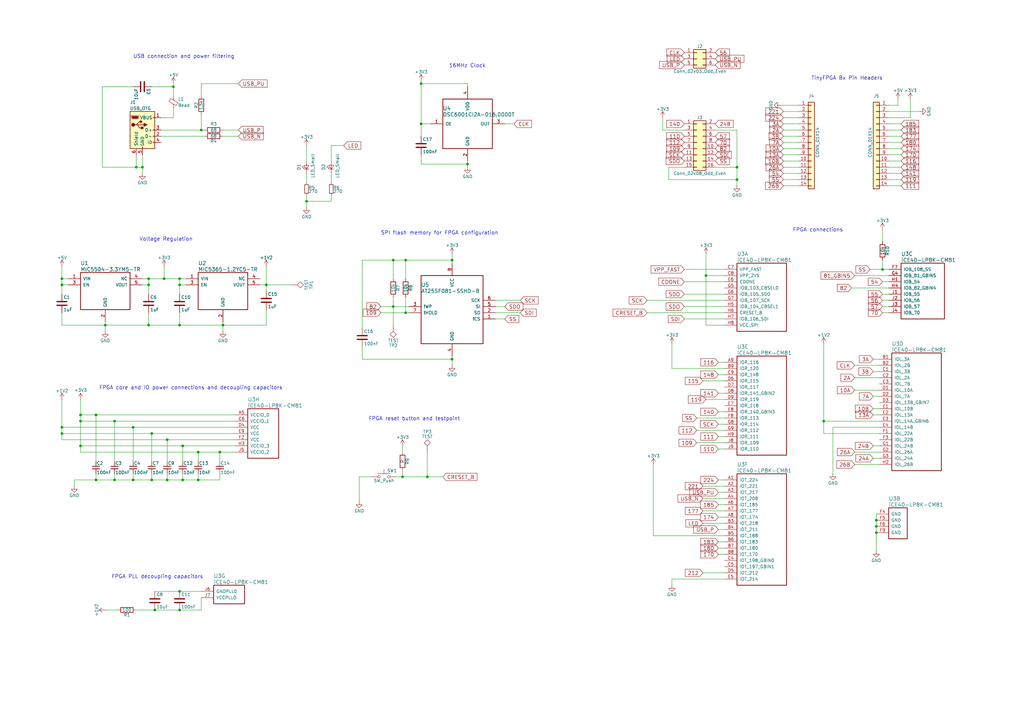
<source format=kicad_sch>
(kicad_sch (version 20250114) (generator "eeschema") (generator_version "9.0")
  (paper "A3")
  (lib_symbols
    (symbol "TinyFPGA-BX-rescue:+1V2" (power) (pin_names (offset 0))
      (property "Value" "+1V2" (at 0 3.556 0))
      (symbol "+1V2_1_1"
        (pin power_in line (at 0 0 90) (length 0) (hide yes) (name "+1V2") (number "1"))
      )
    )
    (symbol "TinyFPGA-BX-rescue:+3.3V" (power) (pin_names (offset 0))
      (property "Value" "+3.3V" (at 0 3.556 0))
      (symbol "+3.3V_1_1"
        (pin power_in line (at 0 0 90) (length 0) (hide yes) (name "+3V3") (number "1"))
      )
    )
    (symbol "TinyFPGA-BX-rescue:+3V3" (power) (pin_names (offset 0))
      (property "Value" "+3V3" (at 0 3.556 0))
      (symbol "+3V3_1_1"
        (pin power_in line (at 0 0 90) (length 0) (hide yes) (name "+3V3") (number "1"))
      )
    )
    (symbol "TinyFPGA-BX-rescue:+5V" (power) (pin_names (offset 0))
      (property "Value" "+5V" (at 0 3.556 0))
      (symbol "+5V_1_1"
        (pin power_in line (at 0 0 90) (length 0) (hide yes) (name "+5V") (number "1"))
      )
    )
    (symbol "TinyFPGA-BX-rescue:AT25SF041-SSHD-B" (pin_names (offset 1.016))
      (property "Reference" "U" (at 3.81 6.35 0))
      (property "Value" "AT25SF041-SSHD-B" (at 3.81 3.81 0))
      (symbol "AT25SF041-SSHD-B_1_1"
        (pin bidirectional line (at 0 -2.54 0) (length 5.08) (name "!WP") (number "3"))
        (pin bidirectional line (at 0 -5.08 0) (length 5.08) (name "!HOLD") (number "7"))
        (pin bidirectional line (at 17.78 15.24 270) (length 5.08) (name "VCC") (number "8"))
        (pin bidirectional line (at 17.78 -22.86 90) (length 5.08) (name "GND") (number "4"))
        (pin bidirectional line (at 35.56 0 180) (length 5.08) (name "SCK") (number "6"))
        (pin bidirectional line (at 35.56 -2.54 180) (length 5.08) (name "SI") (number "5"))
        (pin bidirectional line (at 35.56 -5.08 180) (length 5.08) (name "SO") (number "2"))
        (pin bidirectional line (at 35.56 -7.62 180) (length 5.08) (name "!CS") (number "1"))
      )
    )
    (symbol "TinyFPGA-BX-rescue:C" (pin_numbers (hide yes)) (pin_names (offset 0.254))
      (property "Reference" "C" (at 0.635 2.54 0))
      (property "Value" "C" (at 0.635 -2.54 0))
      (symbol "C_1_1"
        (pin passive line (at 0 3.81 270) (length 2.794) (name "~") (number "1"))
        (pin passive line (at 0 -3.81 90) (length 2.794) (name "~") (number "2"))
      )
    )
    (symbol "TinyFPGA-BX-rescue:C_Small" (pin_numbers (hide yes)) (pin_names (offset 0.254) (hide yes))
      (property "Reference" "C" (at 0.254 1.778 0))
      (property "Value" "C_Small" (at 0.254 -2.032 0))
      (symbol "C_Small_1_1"
        (pin passive line (at 0 2.54 270) (length 2.032) (name "~") (number "1"))
        (pin passive line (at 0 -2.54 90) (length 2.032) (name "~") (number "2"))
      )
    )
    (symbol "TinyFPGA-BX-rescue:Conn_01x14" (pin_names (offset 1.016) (hide yes))
      (property "Reference" "J" (at 0 17.78 0))
      (property "Value" "Conn_01x14" (at 0 -20.32 0))
      (symbol "Conn_01x14_1_1"
        (pin passive line (at -5.08 15.24 0) (length 3.81) (name "Pin_1") (number "1"))
        (pin passive line (at -5.08 12.7 0) (length 3.81) (name "Pin_2") (number "2"))
        (pin passive line (at -5.08 10.16 0) (length 3.81) (name "Pin_3") (number "3"))
        (pin passive line (at -5.08 7.62 0) (length 3.81) (name "Pin_4") (number "4"))
        (pin passive line (at -5.08 5.08 0) (length 3.81) (name "Pin_5") (number "5"))
        (pin passive line (at -5.08 2.54 0) (length 3.81) (name "Pin_6") (number "6"))
        (pin passive line (at -5.08 0 0) (length 3.81) (name "Pin_7") (number "7"))
        (pin passive line (at -5.08 -2.54 0) (length 3.81) (name "Pin_8") (number "8"))
        (pin passive line (at -5.08 -5.08 0) (length 3.81) (name "Pin_9") (number "9"))
        (pin passive line (at -5.08 -7.62 0) (length 3.81) (name "Pin_10") (number "10"))
        (pin passive line (at -5.08 -10.16 0) (length 3.81) (name "Pin_11") (number "11"))
        (pin passive line (at -5.08 -12.7 0) (length 3.81) (name "Pin_12") (number "12"))
        (pin passive line (at -5.08 -15.24 0) (length 3.81) (name "Pin_13") (number "13"))
        (pin passive line (at -5.08 -17.78 0) (length 3.81) (name "Pin_14") (number "14"))
      )
    )
    (symbol "TinyFPGA-BX-rescue:Conn_02x03_Odd_Even" (pin_names (offset 1.016) (hide yes))
      (property "Reference" "J" (at 1.27 5.08 0))
      (property "Value" "Conn_02x03_Odd_Even" (at 1.27 -5.08 0))
      (symbol "Conn_02x03_Odd_Even_1_1"
        (pin passive line (at -5.08 2.54 0) (length 3.81) (name "Pin_1") (number "1"))
        (pin passive line (at -5.08 0 0) (length 3.81) (name "Pin_3") (number "3"))
        (pin passive line (at -5.08 -2.54 0) (length 3.81) (name "Pin_5") (number "5"))
        (pin passive line (at 7.62 2.54 180) (length 3.81) (name "Pin_2") (number "2"))
        (pin passive line (at 7.62 0 180) (length 3.81) (name "Pin_4") (number "4"))
        (pin passive line (at 7.62 -2.54 180) (length 3.81) (name "Pin_6") (number "6"))
      )
    )
    (symbol "TinyFPGA-BX-rescue:Conn_02x08_Odd_Even" (pin_names (offset 1.016) (hide yes))
      (property "Reference" "J" (at 1.27 10.16 0))
      (property "Value" "Conn_02x08_Odd_Even" (at 1.27 -12.7 0))
      (symbol "Conn_02x08_Odd_Even_1_1"
        (pin passive line (at -5.08 7.62 0) (length 3.81) (name "Pin_1") (number "1"))
        (pin passive line (at -5.08 5.08 0) (length 3.81) (name "Pin_3") (number "3"))
        (pin passive line (at -5.08 2.54 0) (length 3.81) (name "Pin_5") (number "5"))
        (pin passive line (at -5.08 0 0) (length 3.81) (name "Pin_7") (number "7"))
        (pin passive line (at -5.08 -2.54 0) (length 3.81) (name "Pin_9") (number "9"))
        (pin passive line (at -5.08 -5.08 0) (length 3.81) (name "Pin_11") (number "11"))
        (pin passive line (at -5.08 -7.62 0) (length 3.81) (name "Pin_13") (number "13"))
        (pin passive line (at -5.08 -10.16 0) (length 3.81) (name "Pin_15") (number "15"))
        (pin passive line (at 7.62 7.62 180) (length 3.81) (name "Pin_2") (number "2"))
        (pin passive line (at 7.62 5.08 180) (length 3.81) (name "Pin_4") (number "4"))
        (pin passive line (at 7.62 2.54 180) (length 3.81) (name "Pin_6") (number "6"))
        (pin passive line (at 7.62 0 180) (length 3.81) (name "Pin_8") (number "8"))
        (pin passive line (at 7.62 -2.54 180) (length 3.81) (name "Pin_10") (number "10"))
        (pin passive line (at 7.62 -5.08 180) (length 3.81) (name "Pin_12") (number "12"))
        (pin passive line (at 7.62 -7.62 180) (length 3.81) (name "Pin_14") (number "14"))
        (pin passive line (at 7.62 -10.16 180) (length 3.81) (name "Pin_16") (number "16"))
      )
    )
    (symbol "TinyFPGA-BX-rescue:DSC6001CI2A-016.0000T" (pin_names (offset 1.016))
      (property "Reference" "U" (at 3.81 6.35 0))
      (property "Value" "DSC6001CI2A-016.0000T" (at 3.81 3.81 0))
      (symbol "DSC6001CI2A-016.0000T_1_1"
        (pin bidirectional line (at 0 0 0) (length 5.08) (name "OE") (number "1"))
        (pin bidirectional line (at 15.24 15.24 270) (length 5.08) (name "VDD") (number "4"))
        (pin bidirectional line (at 15.24 -15.24 90) (length 5.08) (name "GND") (number "2"))
        (pin bidirectional line (at 30.48 0 180) (length 5.08) (name "OUT") (number "3"))
      )
    )
    (symbol "TinyFPGA-BX-rescue:Ferrite_Bead_Small" (pin_numbers (hide yes)) (pin_names (offset 0))
      (property "Reference" "L" (at 1.905 1.27 0))
      (property "Value" "Ferrite_Bead_Small" (at 1.905 -1.27 0))
      (symbol "Ferrite_Bead_Small_1_1"
        (pin passive line (at 0 2.54 270) (length 1.27) (name "~") (number "1"))
        (pin passive line (at 0 -2.54 90) (length 1.27) (name "~") (number "2"))
      )
    )
    (symbol "TinyFPGA-BX-rescue:GND" (power) (pin_names (offset 0))
      (property "Value" "GND" (at 0 -3.81 0))
      (symbol "GND_1_1"
        (pin power_in line (at 0 0 270) (length 0) (hide yes) (name "GND") (number "1"))
      )
    )
    (symbol "TinyFPGA-BX-rescue:LED_Small" (pin_numbers (hide yes)) (pin_names (offset 0.254) (hide yes))
      (property "Reference" "D" (at -1.27 3.175 0))
      (property "Value" "LED_Small" (at -4.445 -2.54 0))
      (symbol "LED_Small_1_1"
        (pin passive line (at -2.54 0 0) (length 1.778) (name "K") (number "1"))
        (pin passive line (at 2.54 0 180) (length 1.778) (name "A") (number "2"))
      )
    )
    (symbol "TinyFPGA-BX-rescue:MIC5365-1.2YC5-TR" (pin_names (offset 1.016))
      (property "Reference" "U" (at 5.08 6.35 0))
      (property "Value" "MIC5365-1.2YC5-TR" (at 5.08 3.81 0))
      (symbol "MIC5365-1.2YC5-TR_1_1"
        (pin bidirectional line (at 0 0 0) (length 5.08) (name "VIN") (number "1"))
        (pin bidirectional line (at 0 -2.54 0) (length 5.08) (name "EN") (number "3"))
        (pin bidirectional line (at 15.24 -17.78 90) (length 5.08) (name "GND") (number "2"))
        (pin bidirectional line (at 30.48 0 180) (length 5.08) (name "NC") (number "4"))
        (pin bidirectional line (at 30.48 -2.54 180) (length 5.08) (name "VOUT") (number "5"))
      )
    )
    (symbol "TinyFPGA-BX-rescue:MIC5504-3.3YM5-TR" (pin_names (offset 1.016))
      (property "Reference" "U" (at 5.08 6.35 0))
      (property "Value" "MIC5504-3.3YM5-TR" (at 5.08 3.81 0))
      (symbol "MIC5504-3.3YM5-TR_1_1"
        (pin bidirectional line (at 0 0 0) (length 5.08) (name "VIN") (number "1"))
        (pin bidirectional line (at 0 -2.54 0) (length 5.08) (name "EN") (number "3"))
        (pin bidirectional line (at 15.24 -17.78 90) (length 5.08) (name "GND") (number "2"))
        (pin bidirectional line (at 30.48 0 180) (length 5.08) (name "NC") (number "4"))
        (pin bidirectional line (at 30.48 -2.54 180) (length 5.08) (name "VOUT") (number "5"))
      )
    )
    (symbol "TinyFPGA-BX-rescue:R" (pin_numbers (hide yes)) (pin_names (offset 0))
      (property "Reference" "R" (at 2.032 0 90))
      (property "Value" "R" (at 0 0 90))
      (symbol "R_1_1"
        (pin passive line (at 0 3.81 270) (length 1.27) (name "~") (number "1"))
        (pin passive line (at 0 -3.81 90) (length 1.27) (name "~") (number "2"))
      )
    )
    (symbol "TinyFPGA-BX-rescue:R_Small" (pin_numbers (hide yes)) (pin_names (offset 0.254) (hide yes))
      (property "Reference" "R" (at 0.762 0.508 0))
      (property "Value" "R_Small" (at 0.762 -1.016 0))
      (symbol "R_Small_1_1"
        (pin passive line (at 0 2.54 270) (length 0.762) (name "~") (number "1"))
        (pin passive line (at 0 -2.54 90) (length 0.762) (name "~") (number "2"))
      )
    )
    (symbol "TinyFPGA-BX-rescue:SW_Push" (pin_numbers (hide yes)) (pin_names (offset 1.016) (hide yes))
      (property "Reference" "SW" (at 1.27 2.54 0))
      (property "Value" "SW_Push" (at 0 -1.524 0))
      (symbol "SW_Push_0_1"
        (pin passive line (at -5.08 0 0) (length 2.54) (name "1") (number "1"))
        (pin passive line (at 5.08 0 180) (length 2.54) (name "2") (number "2"))
      )
    )
    (symbol "TinyFPGA-BX-rescue:TEST" (pin_numbers (hide yes)) (pin_names (offset 1.016) (hide yes))
      (property "Reference" "TP" (at 0 7.62 0))
      (property "Value" "TEST" (at 0 6.35 0))
      (symbol "TEST_1_1"
        (pin passive line (at 0 0 90) (length 2.54) (name "~") (number "1"))
      )
    )
    (symbol "TinyFPGA-BX-rescue:USB_OTG" (pin_names (offset 1.016))
      (property "Reference" "J" (at -5.08 11.43 0))
      (property "Value" "USB_OTG" (at -5.08 8.89 0))
      (symbol "USB_OTG_1_1"
        (pin passive line (at -2.54 -10.16 90) (length 2.54) (name "Shield") (number "6"))
        (pin power_in line (at 0 -10.16 90) (length 2.54) (name "GND") (number "5"))
        (pin power_in line (at 7.62 5.08 180) (length 2.54) (name "VBUS") (number "1"))
        (pin passive line (at 7.62 0 180) (length 2.54) (name "D+") (number "3"))
        (pin passive line (at 7.62 -2.54 180) (length 2.54) (name "D-") (number "2"))
        (pin passive line (at 7.62 -5.08 180) (length 2.54) (name "ID") (number "4"))
      )
    )
    (symbol "TinyFPGA-BX-rescue:iCE40-LP8K-CM81" (pin_names (offset 1.016))
      (property "Reference" "U" (at 5.08 6.35 0))
      (property "Value" "iCE40-LP8K-CM81" (at 5.08 3.81 0))
      (symbol "iCE40-LP8K-CM81_1_1"
        (pin bidirectional line (at 0 0 0) (length 5.08) (name "VPP_FAST") (number "C7"))
        (pin bidirectional line (at 0 -2.54 0) (length 5.08) (name "VPP_2V5") (number "C8"))
        (pin bidirectional line (at 0 -5.08 0) (length 5.08) (name "CDONE") (number "E6"))
        (pin bidirectional line (at 0 -7.62 0) (length 5.08) (name "IOB_103_CBSEL0") (number "G5"))
        (pin bidirectional line (at 0 -10.16 0) (length 5.08) (name "IOB_105_SDO") (number "G6"))
        (pin bidirectional line (at 0 -12.7 0) (length 5.08) (name "IOB_107_SCK") (number "G7"))
        (pin bidirectional line (at 0 -15.24 0) (length 5.08) (name "IOB_104_CBSEL1") (number "H5"))
        (pin bidirectional line (at 0 -17.78 0) (length 5.08) (name "CRESET_B") (number "H6"))
        (pin bidirectional line (at 0 -20.32 0) (length 5.08) (name "IOB_106_SDI") (number "H7"))
        (pin bidirectional line (at 0 -22.86 0) (length 5.08) (name "VCC_SPI") (number "H8"))
      )
      (symbol "iCE40-LP8K-CM81_2_1"
        (pin bidirectional line (at 0 0 0) (length 5.08) (name "GND") (number "F4"))
        (pin bidirectional line (at 0 -2.54 0) (length 5.08) (name "GND") (number "F5"))
        (pin bidirectional line (at 0 -5.08 0) (length 5.08) (name "GND") (number "F6"))
        (pin bidirectional line (at 0 -7.62 0) (length 5.08) (name "GND") (number "F9"))
      )
      (symbol "iCE40-LP8K-CM81_3_1"
        (pin bidirectional line (at 0 0 0) (length 5.08) (name "IOB_108_SS") (number "F7"))
        (pin bidirectional line (at 0 -2.54 0) (length 5.08) (name "IOB_81_GBIN5") (number "G4"))
        (pin bidirectional line (at 0 -5.08 0) (length 5.08) (name "IOB_54") (number "H1"))
        (pin bidirectional line (at 0 -7.62 0) (length 5.08) (name "IOB_82_GBIN4") (number "H4"))
        (pin bidirectional line (at 0 -10.16 0) (length 5.08) (name "IOB_55") (number "J1"))
        (pin bidirectional line (at 0 -12.7 0) (length 5.08) (name "IOB_56") (number "J2"))
        (pin bidirectional line (at 0 -15.24 0) (length 5.08) (name "IOB_57") (number "J3"))
        (pin bidirectional line (at 0 -17.78 0) (length 5.08) (name "IOB_70") (number "J4"))
      )
      (symbol "iCE40-LP8K-CM81_4_1"
        (pin bidirectional line (at 0 0 0) (length 5.08) (name "IOL_3A") (number "B1"))
        (pin bidirectional line (at 0 -2.54 0) (length 5.08) (name "IOL_2B") (number "B2"))
        (pin bidirectional line (at 0 -5.08 0) (length 5.08) (name "IOL_3B") (number "C1"))
        (pin bidirectional line (at 0 -7.62 0) (length 5.08) (name "IOL_2A") (number "C2"))
        (pin bidirectional line (at 0 -10.16 0) (length 5.08) (name "IOL_7B") (number "C3"))
        (pin bidirectional line (at 0 -12.7 0) (length 5.08) (name "IOL_10A") (number "D1"))
        (pin bidirectional line (at 0 -15.24 0) (length 5.08) (name "IOL_7A") (number "D2"))
        (pin bidirectional line (at 0 -17.78 0) (length 5.08) (name "IOL_13B_GBIN7") (number "D3"))
        (pin bidirectional line (at 0 -20.32 0) (length 5.08) (name "IOL_10B") (number "E1"))
        (pin bidirectional line (at 0 -22.86 0) (length 5.08) (name "IOL_13A") (number "E2"))
        (pin bidirectional line (at 0 -25.4 0) (length 5.08) (name "IOL_14A_GBIN6") (number "E3"))
        (pin bidirectional line (at 0 -27.94 0) (length 5.08) (name "IOL_14B") (number "E4"))
        (pin bidirectional line (at 0 -30.48 0) (length 5.08) (name "IOL_22A") (number "F1"))
        (pin bidirectional line (at 0 -33.02 0) (length 5.08) (name "IOL_22B") (number "F3"))
        (pin bidirectional line (at 0 -35.56 0) (length 5.08) (name "IOL_24B") (number "G1"))
        (pin bidirectional line (at 0 -38.1 0) (length 5.08) (name "IOL_26A") (number "G2"))
        (pin bidirectional line (at 0 -40.64 0) (length 5.08) (name "IOL_24A") (number "G3"))
        (pin bidirectional line (at 0 -43.18 0) (length 5.08) (name "IOL_26B") (number "H2"))
      )
      (symbol "iCE40-LP8K-CM81_5_1"
        (pin bidirectional line (at 0 0 0) (length 5.08) (name "IOR_116") (number "A9"))
        (pin bidirectional line (at 0 -2.54 0) (length 5.08) (name "IOR_120") (number "B9"))
        (pin bidirectional line (at 0 -5.08 0) (length 5.08) (name "IOR_148") (number "C9"))
        (pin bidirectional line (at 0 -7.62 0) (length 5.08) (name "IOR_115") (number "D6"))
        (pin bidirectional line (at 0 -10.16 0) (length 5.08) (name "IOR_117") (number "D7"))
        (pin bidirectional line (at 0 -12.7 0) (length 5.08) (name "IOR_141_GBIN2") (number "D8"))
        (pin bidirectional line (at 0 -15.24 0) (length 5.08) (name "IOR_119") (number "D9"))
        (pin bidirectional line (at 0 -17.78 0) (length 5.08) (name "IOR_118") (number "E7"))
        (pin bidirectional line (at 0 -20.32 0) (length 5.08) (name "IOR_140_GBIN3") (number "E8"))
        (pin bidirectional line (at 0 -22.86 0) (length 5.08) (name "IOR_113") (number "F8"))
        (pin bidirectional line (at 0 -25.4 0) (length 5.08) (name "IOR_114") (number "G8"))
        (pin bidirectional line (at 0 -27.94 0) (length 5.08) (name "IOR_112") (number "G9"))
        (pin bidirectional line (at 0 -30.48 0) (length 5.08) (name "IOR_111") (number "H9"))
        (pin bidirectional line (at 0 -33.02 0) (length 5.08) (name "IOR_109") (number "J8"))
        (pin bidirectional line (at 0 -35.56 0) (length 5.08) (name "IOR_110") (number "J9"))
      )
      (symbol "iCE40-LP8K-CM81_6_1"
        (pin bidirectional line (at 0 0 0) (length 5.08) (name "IOT_224") (number "A1"))
        (pin bidirectional line (at 0 -2.54 0) (length 5.08) (name "IOT_221") (number "A2"))
        (pin bidirectional line (at 0 -5.08 0) (length 5.08) (name "IOT_217") (number "A3"))
        (pin bidirectional line (at 0 -7.62 0) (length 5.08) (name "IOT_208") (number "A4"))
        (pin bidirectional line (at 0 -10.16 0) (length 5.08) (name "IOT_185") (number "A6"))
        (pin bidirectional line (at 0 -12.7 0) (length 5.08) (name "IOT_177") (number "A7"))
        (pin bidirectional line (at 0 -15.24 0) (length 5.08) (name "IOT_174") (number "A8"))
        (pin bidirectional line (at 0 -17.78 0) (length 5.08) (name "IOT_218") (number "B3"))
        (pin bidirectional line (at 0 -20.32 0) (length 5.08) (name "IOT_211") (number "B4"))
        (pin bidirectional line (at 0 -22.86 0) (length 5.08) (name "IOT_188") (number "B5"))
        (pin bidirectional line (at 0 -25.4 0) (length 5.08) (name "IOT_183") (number "B6"))
        (pin bidirectional line (at 0 -27.94 0) (length 5.08) (name "IOT_180") (number "B7"))
        (pin bidirectional line (at 0 -30.48 0) (length 5.08) (name "IOT_170") (number "B8"))
        (pin bidirectional line (at 0 -33.02 0) (length 5.08) (name "IOT_198_GBIN0") (number "C4"))
        (pin bidirectional line (at 0 -35.56 0) (length 5.08) (name "IOT_197_GBIN1") (number "C5"))
        (pin bidirectional line (at 0 -38.1 0) (length 5.08) (name "IOT_212") (number "D5"))
        (pin bidirectional line (at 0 -40.64 0) (length 5.08) (name "IOT_214") (number "E5"))
      )
      (symbol "iCE40-LP8K-CM81_7_1"
        (pin bidirectional line (at 0 0 0) (length 5.08) (name "GNDPLL0") (number "J6"))
        (pin bidirectional line (at 0 -2.54 0) (length 5.08) (name "VCCPLL0") (number "J7"))
      )
      (symbol "iCE40-LP8K-CM81_8_1"
        (pin bidirectional line (at 0 0 0) (length 5.08) (name "VCCIO_0") (number "A5"))
        (pin bidirectional line (at 0 -2.54 0) (length 5.08) (name "VCCIO_1") (number "C6"))
        (pin bidirectional line (at 0 -5.08 0) (length 5.08) (name "VCC") (number "D4"))
        (pin bidirectional line (at 0 -7.62 0) (length 5.08) (name "VCC") (number "E9"))
        (pin bidirectional line (at 0 -10.16 0) (length 5.08) (name "VCC") (number "F2"))
        (pin bidirectional line (at 0 -12.7 0) (length 5.08) (name "VCCIO_3") (number "H3"))
        (pin bidirectional line (at 0 -15.24 0) (length 5.08) (name "VCCIO_2") (number "J5"))
      )
    )
  )
  (text "FPGA core and IO power connections and decoupling capacitors" (at 40.64 160.02 0) (effects (font (size 1.524 1.524)) (justify left bottom)))
  (text "FPGA PLL decoupling capacitors" (at 45.72 237.49 0) (effects (font (size 1.524 1.524)) (justify left bottom)))
  (text "USB connection and power filtering" (at 54.61 24.13 0) (effects (font (size 1.524 1.524)) (justify left bottom)))
  (text "FPGA connections" (at 325.12 95.25 0) (effects (font (size 1.524 1.524)) (justify left bottom)))
  (text "TinyFPGA Bx Pin Headers" (at 332.74 33.02 0) (effects (font (size 1.524 1.524)) (justify left bottom)))
  (text "SPI flash memory for FPGA configuration" (at 156.21 96.52 0) (effects (font (size 1.524 1.524)) (justify left bottom)))
  (text "16MHz Clock" (at 184.15 27.94 0) (effects (font (size 1.524 1.524)) (justify left bottom)))
  (text "FPGA reset button and testpoint" (at 151.13 172.72 0) (effects (font (size 1.524 1.524)) (justify left bottom)))
  (text "Voltage Regulation" (at 57.15 99.06 0) (effects (font (size 1.524 1.524)) (justify left bottom)))
  (junction (at 172.72 34.29))
  (junction (at 67.31 114.3))
  (junction (at 165.1 195.58))
  (junction (at 58.42 68.58))
  (junction (at 33.02 172.72))
  (junction (at 73.66 133.35))
  (junction (at 359.41 215.9))
  (junction (at 191.77 67.31))
  (junction (at 71.12 35.56))
  (junction (at 361.95 110.49))
  (junction (at 81.28 196.85))
  (junction (at 90.17 185.42))
  (junction (at 60.96 114.3))
  (junction (at 39.37 170.18))
  (junction (at 302.26 68.58))
  (junction (at 55.88 68.58))
  (junction (at 166.37 106.68))
  (junction (at 25.4 114.3))
  (junction (at 54.61 196.85))
  (junction (at 68.58 196.85))
  (junction (at 33.02 170.18))
  (junction (at 68.58 180.34))
  (junction (at 337.82 172.72))
  (junction (at 82.55 53.34))
  (junction (at 25.4 116.84))
  (junction (at 63.5 250.19))
  (junction (at 74.93 196.85))
  (junction (at 60.96 116.84))
  (junction (at 185.42 147.32))
  (junction (at 109.22 116.84))
  (junction (at 60.96 133.35))
  (junction (at 25.4 175.26))
  (junction (at 46.99 196.85))
  (junction (at 175.26 195.58))
  (junction (at 302.26 73.66))
  (junction (at 43.18 133.35))
  (junction (at 359.41 213.36))
  (junction (at 359.41 218.44))
  (junction (at 54.61 175.26))
  (junction (at 125.73 82.55))
  (junction (at 73.66 114.3))
  (junction (at 91.44 133.35))
  (junction (at 39.37 196.85))
  (junction (at 62.23 177.8))
  (junction (at 62.23 196.85))
  (junction (at 172.72 50.8))
  (junction (at 73.66 250.19))
  (junction (at 161.29 106.68))
  (junction (at 46.99 172.72))
  (junction (at 289.56 113.03))
  (junction (at 161.29 125.73))
  (junction (at 74.93 182.88))
  (junction (at 73.66 116.84))
  (junction (at 166.37 128.27))
  (junction (at 81.28 185.42))
  (junction (at 25.4 177.8))
  (junction (at 185.42 106.68))
  (junction (at 73.66 242.57))
  (junction (at 33.02 182.88))
  (wire (pts (xy 33.02 182.88) (xy 74.93 182.88)))
  (wire (pts (xy 294.64 179.07) (xy 297.18 179.07)))
  (wire (pts (xy 43.18 135.89) (xy 43.18 133.35)))
  (wire (pts (xy 364.49 71.12) (xy 369.57 71.12)))
  (wire (pts (xy 60.96 133.35) (xy 60.96 128.27)))
  (wire (pts (xy 83.82 55.88) (xy 66.04 55.88)))
  (wire (pts (xy 349.25 118.11) (xy 364.49 118.11)))
  (wire (pts (xy 82.55 53.34) (xy 83.82 53.34)))
  (wire (pts (xy 109.22 116.84) (xy 109.22 119.38)))
  (wire (pts (xy 25.4 177.8) (xy 25.4 180.34)))
  (wire (pts (xy 81.28 196.85) (xy 81.28 194.31)))
  (wire (pts (xy 288.29 156.21) (xy 297.18 156.21)))
  (wire (pts (xy 58.42 63.5) (xy 58.42 68.58)))
  (wire (pts (xy 360.68 167.64) (xy 358.14 167.64)))
  (wire (pts (xy 147.32 195.58) (xy 152.4 195.58)))
  (wire (pts (xy 288.29 209.55) (xy 297.18 209.55)))
  (wire (pts (xy 280.67 120.65) (xy 297.18 120.65)))
  (wire (pts (xy 364.49 76.2) (xy 369.57 76.2)))
  (wire (pts (xy 148.59 106.68) (xy 148.59 134.62)))
  (wire (pts (xy 320.04 43.18) (xy 327.66 43.18)))
  (wire (pts (xy 135.89 66.04) (xy 135.89 59.69)))
  (wire (pts (xy 46.99 196.85) (xy 46.99 194.31)))
  (wire (pts (xy 39.37 170.18) (xy 96.52 170.18)))
  (wire (pts (xy 275.59 151.13) (xy 275.59 140.97)))
  (wire (pts (xy 203.2 128.27) (xy 213.36 128.27)))
  (wire (pts (xy 321.31 50.8) (xy 327.66 50.8)))
  (wire (pts (xy 297.18 207.01) (xy 294.64 207.01)))
  (wire (pts (xy 74.93 182.88) (xy 96.52 182.88)))
  (wire (pts (xy 106.68 116.84) (xy 109.22 116.84)))
  (wire (pts (xy 147.32 205.74) (xy 147.32 195.58)))
  (wire (pts (xy 288.29 214.63) (xy 297.18 214.63)))
  (wire (pts (xy 125.73 82.55) (xy 125.73 80.01)))
  (wire (pts (xy 341.63 175.26) (xy 341.63 194.31)))
  (wire (pts (xy 207.01 130.81) (xy 203.2 130.81)))
  (wire (pts (xy 161.29 121.92) (xy 161.29 125.73)))
  (wire (pts (xy 25.4 177.8) (xy 62.23 177.8)))
  (wire (pts (xy 25.4 114.3) (xy 25.4 116.84)))
  (wire (pts (xy 368.3 43.18) (xy 368.3 40.64)))
  (wire (pts (xy 294.64 184.15) (xy 297.18 184.15)))
  (wire (pts (xy 25.4 133.35) (xy 43.18 133.35)))
  (wire (pts (xy 361.95 110.49) (xy 364.49 110.49)))
  (wire (pts (xy 185.42 149.86) (xy 185.42 147.32)))
  (wire (pts (xy 39.37 189.23) (xy 39.37 170.18)))
  (wire (pts (xy 358.14 162.56) (xy 360.68 162.56)))
  (wire (pts (xy 161.29 125.73) (xy 161.29 133.35)))
  (wire (pts (xy 285.75 181.61) (xy 297.18 181.61)))
  (wire (pts (xy 289.56 163.83) (xy 297.18 163.83)))
  (wire (pts (xy 60.96 133.35) (xy 73.66 133.35)))
  (wire (pts (xy 297.18 153.67) (xy 294.64 153.67)))
  (wire (pts (xy 361.95 125.73) (xy 364.49 125.73)))
  (wire (pts (xy 62.23 196.85) (xy 62.23 194.31)))
  (wire (pts (xy 74.93 196.85) (xy 74.93 194.31)))
  (wire (pts (xy 297.18 110.49) (xy 280.67 110.49)))
  (wire (pts (xy 337.82 177.8) (xy 360.68 177.8)))
  (wire (pts (xy 369.57 68.58) (xy 364.49 68.58)))
  (wire (pts (xy 125.73 74.93) (xy 125.73 71.12)))
  (wire (pts (xy 71.12 39.37) (xy 71.12 35.56)))
  (wire (pts (xy 302.26 53.34) (xy 302.26 68.58)))
  (wire (pts (xy 54.61 196.85) (xy 54.61 194.31)))
  (wire (pts (xy 41.91 35.56) (xy 41.91 68.58)))
  (wire (pts (xy 297.18 115.57) (xy 280.67 115.57)))
  (wire (pts (xy 166.37 128.27) (xy 166.37 121.92)))
  (wire (pts (xy 359.41 213.36) (xy 359.41 215.9)))
  (wire (pts (xy 156.21 125.73) (xy 161.29 125.73)))
  (wire (pts (xy 58.42 116.84) (xy 60.96 116.84)))
  (wire (pts (xy 33.02 170.18) (xy 33.02 172.72)))
  (wire (pts (xy 294.64 227.33) (xy 297.18 227.33)))
  (wire (pts (xy 364.49 60.96) (xy 369.57 60.96)))
  (wire (pts (xy 166.37 106.68) (xy 161.29 106.68)))
  (wire (pts (xy 294.64 161.29) (xy 297.18 161.29)))
  (wire (pts (xy 175.26 195.58) (xy 181.61 195.58)))
  (wire (pts (xy 33.02 163.83) (xy 33.02 170.18)))
  (wire (pts (xy 58.42 68.58) (xy 58.42 71.12)))
  (wire (pts (xy 297.18 148.59) (xy 294.64 148.59)))
  (wire (pts (xy 297.18 237.49) (xy 275.59 237.49)))
  (wire (pts (xy 185.42 106.68) (xy 166.37 106.68)))
  (wire (pts (xy 267.97 219.71) (xy 267.97 190.5)))
  (wire (pts (xy 361.95 106.68) (xy 361.95 110.49)))
  (wire (pts (xy 33.02 185.42) (xy 81.28 185.42)))
  (wire (pts (xy 358.14 170.18) (xy 360.68 170.18)))
  (wire (pts (xy 91.44 133.35) (xy 109.22 133.35)))
  (wire (pts (xy 364.49 55.88) (xy 369.57 55.88)))
  (wire (pts (xy 350.52 185.42) (xy 360.68 185.42)))
  (wire (pts (xy 294.64 224.79) (xy 297.18 224.79)))
  (wire (pts (xy 25.4 175.26) (xy 25.4 177.8)))
  (wire (pts (xy 297.18 196.85) (xy 294.64 196.85)))
  (wire (pts (xy 275.59 237.49) (xy 275.59 240.03)))
  (wire (pts (xy 161.29 125.73) (xy 167.64 125.73)))
  (wire (pts (xy 25.4 175.26) (xy 54.61 175.26)))
  (wire (pts (xy 185.42 106.68) (xy 185.42 104.14)))
  (wire (pts (xy 25.4 114.3) (xy 27.94 114.3)))
  (wire (pts (xy 361.95 128.27) (xy 364.49 128.27)))
  (wire (pts (xy 25.4 109.22) (xy 25.4 114.3)))
  (wire (pts (xy 148.59 147.32) (xy 185.42 147.32)))
  (wire (pts (xy 73.66 133.35) (xy 73.66 128.27)))
  (wire (pts (xy 125.73 66.04) (xy 125.73 59.69)))
  (wire (pts (xy 97.79 53.34) (xy 91.44 53.34)))
  (wire (pts (xy 359.41 210.82) (xy 359.41 213.36)))
  (wire (pts (xy 73.66 116.84) (xy 73.66 120.65)))
  (wire (pts (xy 271.78 53.34) (xy 271.78 48.26)))
  (wire (pts (xy 60.96 114.3) (xy 67.31 114.3)))
  (wire (pts (xy 337.82 177.8) (xy 337.82 172.72)))
  (wire (pts (xy 191.77 34.29) (xy 172.72 34.29)))
  (wire (pts (xy 274.32 73.66) (xy 302.26 73.66)))
  (wire (pts (xy 360.68 147.32) (xy 358.14 147.32)))
  (wire (pts (xy 55.88 250.19) (xy 63.5 250.19)))
  (wire (pts (xy 369.57 50.8) (xy 364.49 50.8)))
  (wire (pts (xy 294.64 222.25) (xy 297.18 222.25)))
  (wire (pts (xy 90.17 185.42) (xy 96.52 185.42)))
  (wire (pts (xy 90.17 196.85) (xy 90.17 194.31)))
  (wire (pts (xy 30.48 196.85) (xy 39.37 196.85)))
  (wire (pts (xy 191.77 66.04) (xy 191.77 67.31)))
  (wire (pts (xy 73.66 114.3) (xy 73.66 116.84)))
  (wire (pts (xy 25.4 180.34) (xy 68.58 180.34)))
  (wire (pts (xy 46.99 172.72) (xy 96.52 172.72)))
  (wire (pts (xy 60.96 116.84) (xy 60.96 120.65)))
  (wire (pts (xy 166.37 114.3) (xy 166.37 106.68)))
  (wire (pts (xy 33.02 170.18) (xy 39.37 170.18)))
  (wire (pts (xy 359.41 218.44) (xy 359.41 226.06)))
  (wire (pts (xy 297.18 128.27) (xy 265.43 128.27)))
  (wire (pts (xy 321.31 60.96) (xy 327.66 60.96)))
  (wire (pts (xy 360.68 175.26) (xy 341.63 175.26)))
  (wire (pts (xy 172.72 67.31) (xy 172.72 63.5)))
  (wire (pts (xy 73.66 133.35) (xy 91.44 133.35)))
  (wire (pts (xy 74.93 189.23) (xy 74.93 182.88)))
  (wire (pts (xy 46.99 189.23) (xy 46.99 172.72)))
  (wire (pts (xy 293.37 68.58) (xy 302.26 68.58)))
  (wire (pts (xy 166.37 128.27) (xy 156.21 128.27)))
  (wire (pts (xy 302.26 68.58) (xy 302.26 73.66)))
  (wire (pts (xy 289.56 104.14) (xy 289.56 113.03)))
  (wire (pts (xy 364.49 43.18) (xy 368.3 43.18)))
  (wire (pts (xy 297.18 212.09) (xy 294.64 212.09)))
  (wire (pts (xy 135.89 59.69) (xy 140.97 59.69)))
  (wire (pts (xy 81.28 185.42) (xy 90.17 185.42)))
  (wire (pts (xy 165.1 195.58) (xy 175.26 195.58)))
  (wire (pts (xy 361.95 93.98) (xy 361.95 99.06)))
  (wire (pts (xy 350.52 160.02) (xy 360.68 160.02)))
  (wire (pts (xy 66.04 53.34) (xy 82.55 53.34)))
  (wire (pts (xy 359.41 215.9) (xy 359.41 218.44)))
  (wire (pts (xy 33.02 172.72) (xy 33.02 182.88)))
  (wire (pts (xy 54.61 189.23) (xy 54.61 175.26)))
  (wire (pts (xy 185.42 107.95) (xy 185.42 106.68)))
  (wire (pts (xy 280.67 68.58) (xy 274.32 68.58)))
  (wire (pts (xy 288.29 204.47) (xy 297.18 204.47)))
  (wire (pts (xy 297.18 201.93) (xy 294.64 201.93)))
  (wire (pts (xy 327.66 63.5) (xy 321.31 63.5)))
  (wire (pts (xy 68.58 196.85) (xy 74.93 196.85)))
  (wire (pts (xy 321.31 66.04) (xy 327.66 66.04)))
  (wire (pts (xy 289.56 113.03) (xy 297.18 113.03)))
  (wire (pts (xy 43.18 133.35) (xy 60.96 133.35)))
  (wire (pts (xy 90.17 189.23) (xy 90.17 185.42)))
  (wire (pts (xy 360.68 187.96) (xy 358.14 187.96)))
  (wire (pts (xy 364.49 66.04) (xy 369.57 66.04)))
  (wire (pts (xy 54.61 196.85) (xy 62.23 196.85)))
  (wire (pts (xy 172.72 34.29) (xy 172.72 50.8)))
  (wire (pts (xy 285.75 176.53) (xy 297.18 176.53)))
  (wire (pts (xy 82.55 39.37) (xy 82.55 34.29)))
  (wire (pts (xy 337.82 172.72) (xy 360.68 172.72)))
  (wire (pts (xy 350.52 154.94) (xy 360.68 154.94)))
  (wire (pts (xy 327.66 53.34) (xy 321.31 53.34)))
  (wire (pts (xy 74.93 196.85) (xy 81.28 196.85)))
  (wire (pts (xy 327.66 73.66) (xy 321.31 73.66)))
  (wire (pts (xy 191.77 67.31) (xy 172.72 67.31)))
  (wire (pts (xy 60.96 114.3) (xy 60.96 116.84)))
  (wire (pts (xy 30.48 199.39) (xy 30.48 196.85)))
  (wire (pts (xy 62.23 196.85) (xy 68.58 196.85)))
  (wire (pts (xy 33.02 182.88) (xy 33.02 185.42)))
  (wire (pts (xy 297.18 219.71) (xy 267.97 219.71)))
  (wire (pts (xy 58.42 114.3) (xy 60.96 114.3)))
  (wire (pts (xy 54.61 175.26) (xy 96.52 175.26)))
  (wire (pts (xy 280.67 53.34) (xy 271.78 53.34)))
  (wire (pts (xy 135.89 82.55) (xy 135.89 80.01)))
  (wire (pts (xy 327.66 68.58) (xy 321.31 68.58)))
  (wire (pts (xy 361.95 120.65) (xy 364.49 120.65)))
  (wire (pts (xy 62.23 177.8) (xy 96.52 177.8)))
  (wire (pts (xy 109.22 116.84) (xy 119.38 116.84)))
  (wire (pts (xy 33.02 172.72) (xy 46.99 172.72)))
  (wire (pts (xy 81.28 189.23) (xy 81.28 185.42)))
  (wire (pts (xy 356.87 110.49) (xy 361.95 110.49)))
  (wire (pts (xy 71.12 48.26) (xy 71.12 44.45)))
  (wire (pts (xy 165.1 193.04) (xy 165.1 195.58)))
  (wire (pts (xy 285.75 171.45) (xy 297.18 171.45)))
  (wire (pts (xy 360.68 152.4) (xy 358.14 152.4)))
  (wire (pts (xy 327.66 58.42) (xy 321.31 58.42)))
  (wire (pts (xy 54.61 35.56) (xy 41.91 35.56)))
  (wire (pts (xy 109.22 133.35) (xy 109.22 127)))
  (wire (pts (xy 289.56 133.35) (xy 297.18 133.35)))
  (wire (pts (xy 66.04 48.26) (xy 71.12 48.26)))
  (wire (pts (xy 288.29 234.95) (xy 297.18 234.95)))
  (wire (pts (xy 25.4 128.27) (xy 25.4 133.35)))
  (wire (pts (xy 91.44 132.08) (xy 91.44 133.35)))
  (wire (pts (xy 162.56 195.58) (xy 165.1 195.58)))
  (wire (pts (xy 369.57 73.66) (xy 364.49 73.66)))
  (wire (pts (xy 350.52 149.86) (xy 360.68 149.86)))
  (wire (pts (xy 73.66 250.19) (xy 82.55 250.19)))
  (wire (pts (xy 125.73 85.09) (xy 125.73 82.55)))
  (wire (pts (xy 81.28 196.85) (xy 90.17 196.85)))
  (wire (pts (xy 297.18 173.99) (xy 294.64 173.99)))
  (wire (pts (xy 321.31 45.72) (xy 327.66 45.72)))
  (wire (pts (xy 297.18 151.13) (xy 275.59 151.13)))
  (wire (pts (xy 373.38 48.26) (xy 373.38 40.64)))
  (wire (pts (xy 68.58 189.23) (xy 68.58 180.34)))
  (wire (pts (xy 337.82 172.72) (xy 337.82 140.97)))
  (wire (pts (xy 364.49 45.72) (xy 377.19 45.72)))
  (wire (pts (xy 288.29 199.39) (xy 297.18 199.39)))
  (wire (pts (xy 207.01 50.8) (xy 210.82 50.8)))
  (wire (pts (xy 203.2 123.19) (xy 213.36 123.19)))
  (wire (pts (xy 135.89 74.93) (xy 135.89 71.12)))
  (wire (pts (xy 161.29 114.3) (xy 161.29 106.68)))
  (wire (pts (xy 280.67 130.81) (xy 297.18 130.81)))
  (wire (pts (xy 165.1 182.88) (xy 165.1 185.42)))
  (wire (pts (xy 360.68 182.88) (xy 358.14 182.88)))
  (wire (pts (xy 302.26 73.66) (xy 302.26 76.2)))
  (wire (pts (xy 68.58 196.85) (xy 68.58 194.31)))
  (wire (pts (xy 321.31 76.2) (xy 327.66 76.2)))
  (wire (pts (xy 321.31 55.88) (xy 327.66 55.88)))
  (wire (pts (xy 289.56 113.03) (xy 289.56 133.35)))
  (wire (pts (xy 321.31 71.12) (xy 327.66 71.12)))
  (wire (pts (xy 207.01 125.73) (xy 203.2 125.73)))
  (wire (pts (xy 82.55 46.99) (xy 82.55 53.34)))
  (wire (pts (xy 63.5 250.19) (xy 73.66 250.19)))
  (wire (pts (xy 25.4 116.84) (xy 27.94 116.84)))
  (wire (pts (xy 191.77 67.31) (xy 191.77 68.58)))
  (wire (pts (xy 148.59 142.24) (xy 148.59 147.32)))
  (wire (pts (xy 46.99 196.85) (xy 54.61 196.85)))
  (wire (pts (xy 185.42 147.32) (xy 185.42 146.05)))
  (wire (pts (xy 364.49 123.19) (xy 361.95 123.19)))
  (wire (pts (xy 327.66 48.26) (xy 321.31 48.26)))
  (wire (pts (xy 62.23 35.56) (xy 71.12 35.56)))
  (wire (pts (xy 25.4 163.83) (xy 25.4 175.26)))
  (wire (pts (xy 361.95 115.57) (xy 364.49 115.57)))
  (wire (pts (xy 294.64 168.91) (xy 297.18 168.91)))
  (wire (pts (xy 109.22 109.22) (xy 109.22 116.84)))
  (wire (pts (xy 63.5 242.57) (xy 73.66 242.57)))
  (wire (pts (xy 294.64 217.17) (xy 297.18 217.17)))
  (wire (pts (xy 41.91 68.58) (xy 55.88 68.58)))
  (wire (pts (xy 293.37 53.34) (xy 302.26 53.34)))
  (wire (pts (xy 297.18 123.19) (xy 265.43 123.19)))
  (wire (pts (xy 280.67 125.73) (xy 297.18 125.73)))
  (wire (pts (xy 175.26 185.42) (xy 175.26 195.58)))
  (wire (pts (xy 48.26 250.19) (xy 43.18 250.19)))
  (wire (pts (xy 176.53 50.8) (xy 172.72 50.8)))
  (wire (pts (xy 82.55 250.19) (xy 82.55 245.11)))
  (wire (pts (xy 364.49 48.26) (xy 373.38 48.26)))
  (wire (pts (xy 161.29 106.68) (xy 148.59 106.68)))
  (wire (pts (xy 91.44 133.35) (xy 91.44 135.89)))
  (wire (pts (xy 73.66 116.84) (xy 76.2 116.84)))
  (wire (pts (xy 360.68 190.5) (xy 350.52 190.5)))
  (wire (pts (xy 71.12 35.56) (xy 71.12 34.29)))
  (wire (pts (xy 67.31 114.3) (xy 67.31 109.22)))
  (wire (pts (xy 369.57 58.42) (xy 364.49 58.42)))
  (wire (pts (xy 73.66 242.57) (xy 82.55 242.57)))
  (wire (pts (xy 364.49 113.03) (xy 350.52 113.03)))
  (wire (pts (xy 172.72 33.02) (xy 172.72 34.29)))
  (wire (pts (xy 167.64 128.27) (xy 166.37 128.27)))
  (wire (pts (xy 55.88 63.5) (xy 55.88 68.58)))
  (wire (pts (xy 67.31 114.3) (xy 73.66 114.3)))
  (wire (pts (xy 43.18 133.35) (xy 43.18 132.08)))
  (wire (pts (xy 73.66 114.3) (xy 76.2 114.3)))
  (wire (pts (xy 369.57 63.5) (xy 364.49 63.5)))
  (wire (pts (xy 39.37 196.85) (xy 39.37 194.31)))
  (wire (pts (xy 39.37 196.85) (xy 46.99 196.85)))
  (wire (pts (xy 55.88 68.58) (xy 58.42 68.58)))
  (wire (pts (xy 191.77 34.29) (xy 191.77 35.56)))
  (wire (pts (xy 91.44 55.88) (xy 97.79 55.88)))
  (wire (pts (xy 62.23 189.23) (xy 62.23 177.8)))
  (wire (pts (xy 125.73 82.55) (xy 135.89 82.55)))
  (wire (pts (xy 82.55 34.29) (xy 97.79 34.29)))
  (wire (pts (xy 25.4 116.84) (xy 25.4 120.65)))
  (wire (pts (xy 172.72 50.8) (xy 172.72 55.88)))
  (wire (pts (xy 369.57 53.34) (xy 364.49 53.34)))
  (wire (pts (xy 274.32 68.58) (xy 274.32 73.66)))
  (wire (pts (xy 68.58 180.34) (xy 96.52 180.34)))
  (global_label "148" (shape input) (at 294.64 153.67 180) (effects (font (size 1.524 1.524))) (property "Intersheetrefs" "${INTERSHEET_REFS}" (effects (hide yes))))
  (global_label "177" (shape input) (at 369.57 55.88 0) (effects (font (size 1.524 1.524))) (property "Intersheetrefs" "${INTERSHEET_REFS}" (effects (hide yes))))
  (global_label "54" (shape input) (at 361.95 115.57 180) (effects (font (size 1.524 1.524))) (property "Intersheetrefs" "${INTERSHEET_REFS}" (effects (hide yes))))
  (global_label "3B" (shape input) (at 321.31 55.88 180) (effects (font (size 1.524 1.524))) (property "Intersheetrefs" "${INTERSHEET_REFS}" (effects (hide yes))))
  (global_label "2A" (shape input) (at 321.31 53.34 180) (effects (font (size 1.524 1.524))) (property "Intersheetrefs" "${INTERSHEET_REFS}" (effects (hide yes))))
  (global_label "109" (shape input) (at 156.21 128.27 180) (effects (font (size 1.524 1.524))) (property "Intersheetrefs" "${INTERSHEET_REFS}" (effects (hide yes))))
  (global_label "CLK" (shape input) (at 280.67 21.59 180) (effects (font (size 1.524 1.524))) (property "Intersheetrefs" "${INTERSHEET_REFS}" (effects (hide yes))))
  (global_label "170" (shape input) (at 369.57 63.5 0) (effects (font (size 1.524 1.524))) (property "Intersheetrefs" "${INTERSHEET_REFS}" (effects (hide yes))))
  (global_label "140" (shape input) (at 294.64 168.91 180) (effects (font (size 1.524 1.524))) (property "Intersheetrefs" "${INTERSHEET_REFS}" (effects (hide yes))))
  (global_label "CRESET_B" (shape input) (at 265.43 128.27 180) (effects (font (size 1.524 1.524))) (property "Intersheetrefs" "${INTERSHEET_REFS}" (effects (hide yes))))
  (global_label "USB_N" (shape input) (at 293.37 26.67 0) (effects (font (size 1.524 1.524))) (property "Intersheetrefs" "${INTERSHEET_REFS}" (effects (hide yes))))
  (global_label "SS" (shape input) (at 356.87 110.49 180) (effects (font (size 1.524 1.524))) (property "Intersheetrefs" "${INTERSHEET_REFS}" (effects (hide yes))))
  (global_label "177" (shape input) (at 288.29 209.55 180) (effects (font (size 1.524 1.524))) (property "Intersheetrefs" "${INTERSHEET_REFS}" (effects (hide yes))))
  (global_label "SCK" (shape input) (at 213.36 123.19 0) (effects (font (size 1.524 1.524))) (property "Intersheetrefs" "${INTERSHEET_REFS}" (effects (hide yes))))
  (global_label "3B" (shape input) (at 358.14 152.4 180) (effects (font (size 1.524 1.524))) (property "Intersheetrefs" "${INTERSHEET_REFS}" (effects (hide yes))))
  (global_label "SDI" (shape input) (at 293.37 63.5 0) (effects (font (size 1.524 1.524))) (property "Intersheetrefs" "${INTERSHEET_REFS}" (effects (hide yes))))
  (global_label "USB_P" (shape input) (at 294.64 217.17 180) (effects (font (size 1.524 1.524))) (property "Intersheetrefs" "${INTERSHEET_REFS}" (effects (hide yes))))
  (global_label "USB_PU" (shape input) (at 294.64 201.93 180) (effects (font (size 1.524 1.524))) (property "Intersheetrefs" "${INTERSHEET_REFS}" (effects (hide yes))))
  (global_label "110" (shape input) (at 294.64 184.15 180) (effects (font (size 1.524 1.524))) (property "Intersheetrefs" "${INTERSHEET_REFS}" (effects (hide yes))))
  (global_label "82" (shape input) (at 293.37 60.96 0) (effects (font (size 1.524 1.524))) (property "Intersheetrefs" "${INTERSHEET_REFS}" (effects (hide yes))))
  (global_label "SDI" (shape input) (at 280.67 130.81 180) (effects (font (size 1.524 1.524))) (property "Intersheetrefs" "${INTERSHEET_REFS}" (effects (hide yes))))
  (global_label "224" (shape input) (at 321.31 48.26 180) (effects (font (size 1.524 1.524))) (property "Intersheetrefs" "${INTERSHEET_REFS}" (effects (hide yes))))
  (global_label "140" (shape input) (at 280.67 50.8 180) (effects (font (size 1.524 1.524))) (property "Intersheetrefs" "${INTERSHEET_REFS}" (effects (hide yes))))
  (global_label "10B" (shape input) (at 321.31 66.04 180) (effects (font (size 1.524 1.524))) (property "Intersheetrefs" "${INTERSHEET_REFS}" (effects (hide yes))))
  (global_label "109" (shape input) (at 285.75 181.61 180) (effects (font (size 1.524 1.524))) (property "Intersheetrefs" "${INTERSHEET_REFS}" (effects (hide yes))))
  (global_label "111" (shape input) (at 369.57 76.2 0) (effects (font (size 1.524 1.524))) (property "Intersheetrefs" "${INTERSHEET_REFS}" (effects (hide yes))))
  (global_label "LED" (shape input) (at 288.29 214.63 180) (effects (font (size 1.524 1.524))) (property "Intersheetrefs" "${INTERSHEET_REFS}" (effects (hide yes))))
  (global_label "26A" (shape input) (at 321.31 68.58 180) (effects (font (size 1.524 1.524))) (property "Intersheetrefs" "${INTERSHEET_REFS}" (effects (hide yes))))
  (global_label "3A" (shape input) (at 358.14 147.32 180) (effects (font (size 1.524 1.524))) (property "Intersheetrefs" "${INTERSHEET_REFS}" (effects (hide yes))))
  (global_label "CRESET_B" (shape input) (at 181.61 195.58 0) (effects (font (size 1.524 1.524))) (property "Intersheetrefs" "${INTERSHEET_REFS}" (effects (hide yes))))
  (global_label "185" (shape input) (at 369.57 50.8 0) (effects (font (size 1.524 1.524))) (property "Intersheetrefs" "${INTERSHEET_REFS}" (effects (hide yes))))
  (global_label "82" (shape input) (at 156.21 125.73 180) (effects (font (size 1.524 1.524))) (property "Intersheetrefs" "${INTERSHEET_REFS}" (effects (hide yes))))
  (global_label "180" (shape input) (at 369.57 58.42 0) (effects (font (size 1.524 1.524))) (property "Intersheetrefs" "${INTERSHEET_REFS}" (effects (hide yes))))
  (global_label "56" (shape input) (at 361.95 123.19 180) (effects (font (size 1.524 1.524))) (property "Intersheetrefs" "${INTERSHEET_REFS}" (effects (hide yes))))
  (global_label "174" (shape input) (at 369.57 60.96 0) (effects (font (size 1.524 1.524))) (property "Intersheetrefs" "${INTERSHEET_REFS}" (effects (hide yes))))
  (global_label "7A" (shape input) (at 358.14 162.56 180) (effects (font (size 1.524 1.524))) (property "Intersheetrefs" "${INTERSHEET_REFS}" (effects (hide yes))))
  (global_label "26B" (shape input) (at 350.52 190.5 180) (effects (font (size 1.524 1.524))) (property "Intersheetrefs" "${INTERSHEET_REFS}" (effects (hide yes))))
  (global_label "70" (shape input) (at 293.37 58.42 0) (effects (font (size 1.524 1.524))) (property "Intersheetrefs" "${INTERSHEET_REFS}" (effects (hide yes))))
  (global_label "USB_PU" (shape input) (at 293.37 24.13 0) (effects (font (size 1.524 1.524))) (property "Intersheetrefs" "${INTERSHEET_REFS}" (effects (hide yes))))
  (global_label "SCK" (shape input) (at 294.64 173.99 180) (effects (font (size 1.524 1.524))) (property "Intersheetrefs" "${INTERSHEET_REFS}" (effects (hide yes))))
  (global_label "SS" (shape input) (at 285.75 171.45 180) (effects (font (size 1.524 1.524))) (property "Intersheetrefs" "${INTERSHEET_REFS}" (effects (hide yes))))
  (global_label "3A" (shape input) (at 321.31 50.8 180) (effects (font (size 1.524 1.524))) (property "Intersheetrefs" "${INTERSHEET_REFS}" (effects (hide yes))))
  (global_label "26B" (shape input) (at 321.31 76.2 180) (effects (font (size 1.524 1.524))) (property "Intersheetrefs" "${INTERSHEET_REFS}" (effects (hide yes))))
  (global_label "116" (shape input) (at 294.64 148.59 180) (effects (font (size 1.524 1.524))) (property "Intersheetrefs" "${INTERSHEET_REFS}" (effects (hide yes))))
  (global_label "224" (shape input) (at 294.64 196.85 180) (effects (font (size 1.524 1.524))) (property "Intersheetrefs" "${INTERSHEET_REFS}" (effects (hide yes))))
  (global_label "141" (shape input) (at 369.57 71.12 0) (effects (font (size 1.524 1.524))) (property "Intersheetrefs" "${INTERSHEET_REFS}" (effects (hide yes))))
  (global_label "SDO" (shape input) (at 280.67 125.73 180) (effects (font (size 1.524 1.524))) (property "Intersheetrefs" "${INTERSHEET_REFS}" (effects (hide yes))))
  (global_label "55" (shape input) (at 361.95 120.65 180) (effects (font (size 1.524 1.524))) (property "Intersheetrefs" "${INTERSHEET_REFS}" (effects (hide yes))))
  (global_label "10A" (shape input) (at 321.31 60.96 180) (effects (font (size 1.524 1.524))) (property "Intersheetrefs" "${INTERSHEET_REFS}" (effects (hide yes))))
  (global_label "LED" (shape input) (at 280.67 24.13 180) (effects (font (size 1.524 1.524))) (property "Intersheetrefs" "${INTERSHEET_REFS}" (effects (hide yes))))
  (global_label "USB_P" (shape input) (at 97.79 53.34 0) (effects (font (size 1.524 1.524))) (property "Intersheetrefs" "${INTERSHEET_REFS}" (effects (hide yes))))
  (global_label "SDO" (shape input) (at 280.67 66.04 180) (effects (font (size 1.524 1.524))) (property "Intersheetrefs" "${INTERSHEET_REFS}" (effects (hide yes))))
  (global_label "VPP_FAST" (shape input) (at 280.67 110.49 180) (effects (font (size 1.524 1.524))) (property "Intersheetrefs" "${INTERSHEET_REFS}" (effects (hide yes))))
  (global_label "24B" (shape input) (at 293.37 50.8 0) (effects (font (size 1.524 1.524))) (property "Intersheetrefs" "${INTERSHEET_REFS}" (effects (hide yes))))
  (global_label "55" (shape input) (at 321.31 73.66 180) (effects (font (size 1.524 1.524))) (property "Intersheetrefs" "${INTERSHEET_REFS}" (effects (hide yes))))
  (global_label "82" (shape input) (at 349.25 118.11 180) (effects (font (size 1.524 1.524))) (property "Intersheetrefs" "${INTERSHEET_REFS}" (effects (hide yes))))
  (global_label "CLK" (shape input) (at 210.82 50.8 0) (effects (font (size 1.524 1.524))) (property "Intersheetrefs" "${INTERSHEET_REFS}" (effects (hide yes))))
  (global_label "SS" (shape input) (at 293.37 66.04 0) (effects (font (size 1.524 1.524))) (property "Intersheetrefs" "${INTERSHEET_REFS}" (effects (hide yes))))
  (global_label "180" (shape input) (at 294.64 224.79 180) (effects (font (size 1.524 1.524))) (property "Intersheetrefs" "${INTERSHEET_REFS}" (effects (hide yes))))
  (global_label "SDI" (shape input) (at 213.36 128.27 0) (effects (font (size 1.524 1.524))) (property "Intersheetrefs" "${INTERSHEET_REFS}" (effects (hide yes))))
  (global_label "LED" (shape input) (at 140.97 59.69 0) (effects (font (size 1.524 1.524))) (property "Intersheetrefs" "${INTERSHEET_REFS}" (effects (hide yes))))
  (global_label "148" (shape input) (at 369.57 68.58 0) (effects (font (size 1.524 1.524))) (property "Intersheetrefs" "${INTERSHEET_REFS}" (effects (hide yes))))
  (global_label "24B" (shape input) (at 358.14 182.88 180) (effects (font (size 1.524 1.524))) (property "Intersheetrefs" "${INTERSHEET_REFS}" (effects (hide yes))))
  (global_label "SDO" (shape input) (at 280.67 120.65 180) (effects (font (size 1.524 1.524))) (property "Intersheetrefs" "${INTERSHEET_REFS}" (effects (hide yes))))
  (global_label "109" (shape input) (at 280.67 60.96 180) (effects (font (size 1.524 1.524))) (property "Intersheetrefs" "${INTERSHEET_REFS}" (effects (hide yes))))
  (global_label "USB_N" (shape input) (at 288.29 204.47 180) (effects (font (size 1.524 1.524))) (property "Intersheetrefs" "${INTERSHEET_REFS}" (effects (hide yes))))
  (global_label "SDO" (shape input) (at 207.01 125.73 0) (effects (font (size 1.524 1.524))) (property "Intersheetrefs" "${INTERSHEET_REFS}" (effects (hide yes))))
  (global_label "SS" (shape input) (at 207.01 130.81 0) (effects (font (size 1.524 1.524))) (property "Intersheetrefs" "${INTERSHEET_REFS}" (effects (hide yes))))
  (global_label "SCK" (shape input) (at 265.43 123.19 180) (effects (font (size 1.524 1.524))) (property "Intersheetrefs" "${INTERSHEET_REFS}" (effects (hide yes))))
  (global_label "70" (shape input) (at 361.95 128.27 180) (effects (font (size 1.524 1.524))) (property "Intersheetrefs" "${INTERSHEET_REFS}" (effects (hide yes))))
  (global_label "185" (shape input) (at 294.64 207.01 180) (effects (font (size 1.524 1.524))) (property "Intersheetrefs" "${INTERSHEET_REFS}" (effects (hide yes))))
  (global_label "USB_PU" (shape input) (at 97.79 34.29 0) (effects (font (size 1.524 1.524))) (property "Intersheetrefs" "${INTERSHEET_REFS}" (effects (hide yes))))
  (global_label "119" (shape input) (at 289.56 163.83 180) (effects (font (size 1.524 1.524))) (property "Intersheetrefs" "${INTERSHEET_REFS}" (effects (hide yes))))
  (global_label "81_GBIN5" (shape input) (at 350.52 113.03 180) (effects (font (size 1.524 1.524))) (property "Intersheetrefs" "${INTERSHEET_REFS}" (effects (hide yes))))
  (global_label "26A" (shape input) (at 350.52 185.42 180) (effects (font (size 1.524 1.524))) (property "Intersheetrefs" "${INTERSHEET_REFS}" (effects (hide yes))))
  (global_label "119" (shape input) (at 369.57 73.66 0) (effects (font (size 1.524 1.524))) (property "Intersheetrefs" "${INTERSHEET_REFS}" (effects (hide yes))))
  (global_label "112" (shape input) (at 280.67 58.42 180) (effects (font (size 1.524 1.524))) (property "Intersheetrefs" "${INTERSHEET_REFS}" (effects (hide yes))))
  (global_label "10B" (shape input) (at 358.14 167.64 180) (effects (font (size 1.524 1.524))) (property "Intersheetrefs" "${INTERSHEET_REFS}" (effects (hide yes))))
  (global_label "CDONE" (shape input) (at 280.67 115.57 180) (effects (font (size 1.524 1.524))) (property "Intersheetrefs" "${INTERSHEET_REFS}" (effects (hide yes))))
  (global_label "56" (shape input) (at 293.37 21.59 0) (effects (font (size 1.524 1.524))) (property "Intersheetrefs" "${INTERSHEET_REFS}" (effects (hide yes))))
  (global_label "24A" (shape input) (at 358.14 187.96 180) (effects (font (size 1.524 1.524))) (property "Intersheetrefs" "${INTERSHEET_REFS}" (effects (hide yes))))
  (global_label "112" (shape input) (at 285.75 176.53 180) (effects (font (size 1.524 1.524))) (property "Intersheetrefs" "${INTERSHEET_REFS}" (effects (hide yes))))
  (global_label "13A" (shape input) (at 321.31 63.5 180) (effects (font (size 1.524 1.524))) (property "Intersheetrefs" "${INTERSHEET_REFS}" (effects (hide yes))))
  (global_label "SCK" (shape input) (at 280.67 63.5 180) (effects (font (size 1.524 1.524))) (property "Intersheetrefs" "${INTERSHEET_REFS}" (effects (hide yes))))
  (global_label "183" (shape input) (at 294.64 222.25 180) (effects (font (size 1.524 1.524))) (property "Intersheetrefs" "${INTERSHEET_REFS}" (effects (hide yes))))
  (global_label "221" (shape input) (at 288.29 199.39 180) (effects (font (size 1.524 1.524))) (property "Intersheetrefs" "${INTERSHEET_REFS}" (effects (hide yes))))
  (global_label "221" (shape input) (at 321.31 45.72 180) (effects (font (size 1.524 1.524))) (property "Intersheetrefs" "${INTERSHEET_REFS}" (effects (hide yes))))
  (global_label "110" (shape input) (at 280.67 55.88 180) (effects (font (size 1.524 1.524))) (property "Intersheetrefs" "${INTERSHEET_REFS}" (effects (hide yes))))
  (global_label "174" (shape input) (at 294.64 212.09 180) (effects (font (size 1.524 1.524))) (property "Intersheetrefs" "${INTERSHEET_REFS}" (effects (hide yes))))
  (global_label "7A" (shape input) (at 321.31 58.42 180) (effects (font (size 1.524 1.524))) (property "Intersheetrefs" "${INTERSHEET_REFS}" (effects (hide yes))))
  (global_label "115" (shape input) (at 288.29 156.21 180) (effects (font (size 1.524 1.524))) (property "Intersheetrefs" "${INTERSHEET_REFS}" (effects (hide yes))))
  (global_label "111" (shape input) (at 294.64 179.07 180) (effects (font (size 1.524 1.524))) (property "Intersheetrefs" "${INTERSHEET_REFS}" (effects (hide yes))))
  (global_label "USB_N" (shape input) (at 97.79 55.88 0) (effects (font (size 1.524 1.524))) (property "Intersheetrefs" "${INTERSHEET_REFS}" (effects (hide yes))))
  (global_label "183" (shape input) (at 369.57 53.34 0) (effects (font (size 1.524 1.524))) (property "Intersheetrefs" "${INTERSHEET_REFS}" (effects (hide yes))))
  (global_label "57" (shape input) (at 293.37 55.88 0) (effects (font (size 1.524 1.524))) (property "Intersheetrefs" "${INTERSHEET_REFS}" (effects (hide yes))))
  (global_label "54" (shape input) (at 321.31 71.12 180) (effects (font (size 1.524 1.524))) (property "Intersheetrefs" "${INTERSHEET_REFS}" (effects (hide yes))))
  (global_label "USB_P" (shape input) (at 280.67 26.67 180) (effects (font (size 1.524 1.524))) (property "Intersheetrefs" "${INTERSHEET_REFS}" (effects (hide yes))))
  (global_label "2A" (shape input) (at 350.52 154.94 180) (effects (font (size 1.524 1.524))) (property "Intersheetrefs" "${INTERSHEET_REFS}" (effects (hide yes))))
  (global_label "57" (shape input) (at 361.95 125.73 180) (effects (font (size 1.524 1.524))) (property "Intersheetrefs" "${INTERSHEET_REFS}" (effects (hide yes))))
  (global_label "170" (shape input) (at 294.64 227.33 180) (effects (font (size 1.524 1.524))) (property "Intersheetrefs" "${INTERSHEET_REFS}" (effects (hide yes))))
  (global_label "141" (shape input) (at 294.64 161.29 180) (effects (font (size 1.524 1.524))) (property "Intersheetrefs" "${INTERSHEET_REFS}" (effects (hide yes))))
  (global_label "10A" (shape input) (at 350.52 160.02 180) (effects (font (size 1.524 1.524))) (property "Intersheetrefs" "${INTERSHEET_REFS}" (effects (hide yes))))
  (global_label "CLK" (shape input) (at 350.52 149.86 180) (effects (font (size 1.524 1.524))) (property "Intersheetrefs" "${INTERSHEET_REFS}" (effects (hide yes))))
  (global_label "13A" (shape input) (at 358.14 170.18 180) (effects (font (size 1.524 1.524))) (property "Intersheetrefs" "${INTERSHEET_REFS}" (effects (hide yes))))
  (global_label "116" (shape input) (at 369.57 66.04 0) (effects (font (size 1.524 1.524))) (property "Intersheetrefs" "${INTERSHEET_REFS}" (effects (hide yes))))
  (global_label "212" (shape input) (at 288.29 234.95 180) (effects (font (size 1.524 1.524))) (property "Intersheetrefs" "${INTERSHEET_REFS}" (effects (hide yes))))
  (symbol (lib_id "TinyFPGA-BX-rescue:C_Small") (at 68.58 191.77 0) (unit 1)
    (property "Reference" "C9" (at 68.834 189.992 0) (effects (justify left)))
    (property "Value" "10nF" (at 68.834 193.802 0) (effects (justify left)))
    (property "Footprint" "Capacitors_SMD:C_0402_NoSilk" (effects (hide yes)))
  )
  (symbol (lib_id "TinyFPGA-BX-rescue:C") (at 25.4 124.46 0) (unit 1)
    (property "Reference" "C1" (at 26.035 121.92 0) (effects (justify left)))
    (property "Value" "1uF" (at 26.035 127 0) (effects (justify left)))
    (property "Footprint" "Capacitors_SMD:C_0402_NoSilk" (effects (hide yes)))
  )
  (symbol (lib_id "TinyFPGA-BX-rescue:Ferrite_Bead_Small") (at 71.12 41.91 0) (unit 1)
    (property "Reference" "L1" (at 73.025 40.64 0) (effects (justify left)))
    (property "Value" "Bead" (at 73.025 43.18 0) (effects (justify left)))
    (property "Footprint" "Inductors_SMD:L_0603" (effects (hide yes)))
  )
  (symbol (lib_id "TinyFPGA-BX-rescue:C") (at 109.22 123.19 0) (unit 1)
    (property "Reference" "C15" (at 109.855 120.65 0) (effects (justify left)))
    (property "Value" "1uF" (at 109.855 125.73 0) (effects (justify left)))
    (property "Footprint" "Capacitors_SMD:C_0402_NoSilk" (effects (hide yes)))
  )
  (symbol (lib_id "TinyFPGA-BX-rescue:iCE40-LP8K-CM81") (at 297.18 110.49 0) (unit 1)
    (property "Reference" "U3" (at 302.26 104.14 0) (effects (font (size 1.524 1.524)) (justify left)))
    (property "Value" "iCE40-LP8K-CM81" (at 302.26 106.68 0) (effects (font (size 1.524 1.524)) (justify left)))
    (property "Footprint" "tinyfpga:CM81" (effects (hide yes)))
  )
  (symbol (lib_id "TinyFPGA-BX-rescue:R_Small") (at 135.89 77.47 0) (unit 1)
    (property "Reference" "R6" (at 136.652 76.962 0) (effects (justify left)))
    (property "Value" "270" (at 136.652 78.486 0) (effects (justify left)))
    (property "Footprint" "Resistors_SMD:R_0402_NoSilk" (effects (hide yes)))
  )
  (symbol (lib_id "TinyFPGA-BX-rescue:C") (at 60.96 124.46 0) (unit 1)
    (property "Reference" "C6" (at 61.595 121.92 0) (effects (justify left)))
    (property "Value" "1uF" (at 61.595 127 0) (effects (justify left)))
    (property "Footprint" "Capacitors_SMD:C_0402_NoSilk" (effects (hide yes)))
  )
  (symbol (lib_id "TinyFPGA-BX-rescue:+1V2") (at 337.82 140.97 0) (unit 1)
    (property "Reference" "#PWR027" (effects (hide yes)))
    (property "Value" "+1V2" (at 337.82 137.414 0))
  )
  (symbol (lib_id "TinyFPGA-BX-rescue:Conn_01x14") (at 332.74 58.42 0) (unit 1)
    (property "Reference" "J4" (at 332.74 39.37 0))
    (property "Value" "CONN_01X14" (at 335.28 58.42 90))
    (property "Footprint" "Pin_Headers:Pin_Header_Straight_1x14_Pitch2.54mm" (effects (hide yes)))
  )
  (symbol (lib_id "TinyFPGA-BX-rescue:C_Small") (at 74.93 191.77 0) (unit 1)
    (property "Reference" "C12" (at 75.184 189.992 0) (effects (justify left)))
    (property "Value" "10nF" (at 75.184 193.802 0) (effects (justify left)))
    (property "Footprint" "Capacitors_SMD:C_0402_NoSilk" (effects (hide yes)))
  )
  (symbol (lib_id "TinyFPGA-BX-rescue:+3V3") (at 172.72 33.02 0) (unit 1)
    (property "Reference" "#PWR015" (effects (hide yes)))
    (property "Value" "+3V3" (at 172.72 29.464 0))
  )
  (symbol (lib_id "TinyFPGA-BX-rescue:GND") (at 147.32 205.74 0) (unit 1)
    (property "Reference" "#PWR014" (effects (hide yes)))
    (property "Value" "GND" (at 147.32 209.55 0))
  )
  (symbol (lib_id "TinyFPGA-BX-rescue:R") (at 165.1 189.23 0) (unit 1)
    (property "Reference" "R9" (at 167.132 189.23 90))
    (property "Value" "R" (at 165.1 189.23 90))
    (property "Footprint" "Resistors_SMD:R_0402" (effects (hide yes)))
  )
  (symbol (lib_id "TinyFPGA-BX-rescue:+5V") (at 368.3 40.64 0) (unit 1)
    (property "Reference" "#PWR030" (effects (hide yes)))
    (property "Value" "+5V" (at 368.3 37.084 0))
  )
  (symbol (lib_id "TinyFPGA-BX-rescue:+3V3") (at 275.59 140.97 0) (unit 1)
    (property "Reference" "#PWR022" (effects (hide yes)))
    (property "Value" "+3V3" (at 275.59 137.414 0))
  )
  (symbol (lib_id "TinyFPGA-BX-rescue:+3V3") (at 125.73 59.69 0) (unit 1)
    (property "Reference" "#PWR012" (effects (hide yes)))
    (property "Value" "+3V3" (at 125.73 56.134 0))
  )
  (symbol (lib_id "TinyFPGA-BX-rescue:USB_OTG") (at 58.42 53.34 0) (unit 1)
    (property "Reference" "J1" (at 53.34 41.91 0) (effects (justify left)))
    (property "Value" "USB_OTG" (at 53.34 44.45 0) (effects (justify left)))
    (property "Footprint" "Connectors:USB_Micro-B" (effects (hide yes)))
  )
  (symbol (lib_id "TinyFPGA-BX-rescue:GND") (at 359.41 226.06 0) (unit 1)
    (property "Reference" "#PWR029" (effects (hide yes)))
    (property "Value" "GND" (at 359.41 229.87 0))
  )
  (symbol (lib_id "TinyFPGA-BX-rescue:C_Small") (at 90.17 191.77 0) (unit 1)
    (property "Reference" "C14" (at 90.424 189.992 0) (effects (justify left)))
    (property "Value" "100nF" (at 90.424 193.802 0) (effects (justify left)))
    (property "Footprint" "Capacitors_SMD:C_0402_NoSilk" (effects (hide yes)))
  )
  (symbol (lib_id "TinyFPGA-BX-rescue:iCE40-LP8K-CM81") (at 364.49 110.49 0) (unit 3)
    (property "Reference" "U3" (at 369.57 104.14 0) (effects (font (size 1.524 1.524)) (justify left)))
    (property "Value" "iCE40-LP8K-CM81" (at 369.57 106.68 0) (effects (font (size 1.524 1.524)) (justify left)))
    (property "Footprint" "tinyfpga:CM81" (effects (hide yes)))
  )
  (symbol (lib_id "TinyFPGA-BX-rescue:GND") (at 302.26 76.2 0) (unit 1)
    (property "Reference" "#PWR025" (effects (hide yes)))
    (property "Value" "GND" (at 302.26 80.01 0))
  )
  (symbol (lib_id "TinyFPGA-BX-rescue:+3V3") (at 33.02 163.83 0) (unit 1)
    (property "Reference" "#PWR04" (effects (hide yes)))
    (property "Value" "+3V3" (at 33.02 160.02 0))
  )
  (symbol (lib_id "TinyFPGA-BX-rescue:+3V3") (at 67.31 109.22 0) (unit 1)
    (property "Reference" "#PWR08" (effects (hide yes)))
    (property "Value" "+3V3" (at 67.31 105.664 0))
  )
  (symbol (lib_id "TinyFPGA-BX-rescue:iCE40-LP8K-CM81") (at 96.52 170.18 0) (unit 8)
    (property "Reference" "U3" (at 101.6 163.83 0) (effects (font (size 1.524 1.524)) (justify left)))
    (property "Value" "iCE40-LP8K-CM81" (at 101.6 166.37 0) (effects (font (size 1.524 1.524)) (justify left)))
    (property "Footprint" "tinyfpga:CM81" (effects (hide yes)))
  )
  (symbol (lib_id "TinyFPGA-BX-rescue:GND") (at 191.77 68.58 0) (unit 1)
    (property "Reference" "#PWR017" (effects (hide yes)))
    (property "Value" "GND" (at 191.77 72.39 0))
  )
  (symbol (lib_id "TinyFPGA-BX-rescue:GND") (at 30.48 199.39 0) (unit 1)
    (property "Reference" "#PWR03" (effects (hide yes)))
    (property "Value" "GND" (at 30.48 203.2 0))
  )
  (symbol (lib_id "TinyFPGA-BX-rescue:TEST") (at 161.29 133.35 180) (unit 1)
    (property "Reference" "TP2" (at 161.29 140.97 0) (effects (justify bottom)))
    (property "Value" "TEST" (at 161.29 139.7 0))
    (property "Footprint" "Measurement_Points:Measurement_Point_Round-SMD-Pad_Small" (effects (hide yes)))
  )
  (symbol (lib_id "TinyFPGA-BX-rescue:R") (at 87.63 55.88 270) (unit 1)
    (property "Reference" "R4" (at 87.63 57.912 90))
    (property "Value" "68" (at 87.63 55.88 90))
    (property "Footprint" "Resistors_SMD:R_0402_NoSilk" (effects (hide yes)))
  )
  (symbol (lib_id "TinyFPGA-BX-rescue:iCE40-LP8K-CM81") (at 82.55 242.57 0) (unit 7)
    (property "Reference" "U3" (at 87.63 236.22 0) (effects (font (size 1.524 1.524)) (justify left)))
    (property "Value" "iCE40-LP8K-CM81" (at 87.63 238.76 0) (effects (font (size 1.524 1.524)) (justify left)))
    (property "Footprint" "tinyfpga:CM81" (effects (hide yes)))
  )
  (symbol (lib_id "TinyFPGA-BX-rescue:R") (at 52.07 250.19 270) (unit 1)
    (property "Reference" "R1" (at 52.07 252.222 90))
    (property "Value" "100" (at 52.07 250.19 90))
    (property "Footprint" "Resistors_SMD:R_0402_NoSilk" (effects (hide yes)))
  )
  (symbol (lib_id "TinyFPGA-BX-rescue:+1V2") (at 43.18 250.19 90) (unit 1)
    (property "Reference" "#PWR06" (effects (hide yes)))
    (property "Value" "+1V2" (at 39.624 250.19 0))
  )
  (symbol (lib_id "TinyFPGA-BX-rescue:R") (at 361.95 102.87 0) (unit 1)
    (property "Reference" "R10" (at 363.982 102.87 90))
    (property "Value" "10k" (at 361.95 102.87 90))
    (property "Footprint" "Resistors_SMD:R_0402_NoSilk" (effects (hide yes)))
  )
  (symbol (lib_id "TinyFPGA-BX-rescue:C") (at 172.72 59.69 0) (unit 1)
    (property "Reference" "C17" (at 173.355 57.15 0) (effects (justify left)))
    (property "Value" "100nF" (at 173.355 62.23 0) (effects (justify left)))
    (property "Footprint" "Capacitors_SMD:C_0402_NoSilk" (effects (hide yes)))
  )
  (symbol (lib_id "TinyFPGA-BX-rescue:C_Small") (at 46.99 191.77 0) (unit 1)
    (property "Reference" "C3" (at 47.244 189.992 0) (effects (justify left)))
    (property "Value" "100nF" (at 47.244 193.802 0) (effects (justify left)))
    (property "Footprint" "Capacitors_SMD:C_0402_NoSilk" (effects (hide yes)))
  )
  (symbol (lib_id "TinyFPGA-BX-rescue:TEST") (at 119.38 116.84 270) (unit 1)
    (property "Reference" "TP1" (at 127 116.84 0) (effects (justify bottom)))
    (property "Value" "TEST" (at 125.73 116.84 0))
    (property "Footprint" "Measurement_Points:Measurement_Point_Round-SMD-Pad_Small" (effects (hide yes)))
  )
  (symbol (lib_id "TinyFPGA-BX-rescue:GND") (at 341.63 194.31 0) (unit 1)
    (property "Reference" "#PWR028" (effects (hide yes)))
    (property "Value" "GND" (at 341.63 198.12 0))
  )
  (symbol (lib_id "TinyFPGA-BX-rescue:GND") (at 320.04 43.18 270) (unit 1)
    (property "Reference" "#PWR026" (effects (hide yes)))
    (property "Value" "GND" (at 316.23 43.18 0))
  )
  (symbol (lib_id "TinyFPGA-BX-rescue:C") (at 148.59 138.43 0) (unit 1)
    (property "Reference" "C16" (at 149.225 135.89 0) (effects (justify left)))
    (property "Value" "100nF" (at 149.225 140.97 0) (effects (justify left)))
    (property "Footprint" "Capacitors_SMD:C_0402_NoSilk" (effects (hide yes)))
  )
  (symbol (lib_id "TinyFPGA-BX-rescue:GND") (at 377.19 45.72 90) (unit 1)
    (property "Reference" "#PWR033" (effects (hide yes)))
    (property "Value" "GND" (at 381 45.72 0))
  )
  (symbol (lib_id "TinyFPGA-BX-rescue:R") (at 161.29 118.11 0) (unit 1)
    (property "Reference" "R7" (at 163.322 118.11 90))
    (property "Value" "10k" (at 161.29 118.11 90))
    (property "Footprint" "Resistors_SMD:R_0402_NoSilk" (effects (hide yes)))
  )
  (symbol (lib_id "TinyFPGA-BX-rescue:iCE40-LP8K-CM81") (at 360.68 147.32 0) (unit 4)
    (property "Reference" "U3" (at 365.76 140.97 0) (effects (font (size 1.524 1.524)) (justify left)))
    (property "Value" "iCE40-LP8K-CM81" (at 365.76 143.51 0) (effects (font (size 1.524 1.524)) (justify left)))
    (property "Footprint" "tinyfpga:CM81" (effects (hide yes)))
  )
  (symbol (lib_id "TinyFPGA-BX-rescue:+1V2") (at 109.22 109.22 0) (unit 1)
    (property "Reference" "#PWR011" (effects (hide yes)))
    (property "Value" "+1V2" (at 109.22 105.664 0))
  )
  (symbol (lib_id "TinyFPGA-BX-rescue:C") (at 63.5 246.38 0) (unit 1)
    (property "Reference" "C8" (at 64.135 243.84 0) (effects (justify left)))
    (property "Value" "10uF" (at 64.135 248.92 0) (effects (justify left)))
    (property "Footprint" "Capacitors_SMD:C_0603" (effects (hide yes)))
  )
  (symbol (lib_id "TinyFPGA-BX-rescue:+3V3") (at 271.78 48.26 0) (unit 1)
    (property "Reference" "#PWR020" (effects (hide yes)))
    (property "Value" "+3V3" (at 271.78 44.704 0))
  )
  (symbol (lib_id "TinyFPGA-BX-rescue:C") (at 58.42 35.56 270) (unit 1)
    (property "Reference" "C5" (at 60.96 36.195 0) (effects (justify left)))
    (property "Value" "10uF" (at 55.88 36.195 0) (effects (justify left)))
    (property "Footprint" "Capacitors_SMD:C_0603" (effects (hide yes)))
  )
  (symbol (lib_id "TinyFPGA-BX-rescue:GND") (at 125.73 85.09 0) (unit 1)
    (property "Reference" "#PWR013" (effects (hide yes)))
    (property "Value" "GND" (at 125.73 88.9 0))
  )
  (symbol (lib_id "TinyFPGA-BX-rescue:C_Small") (at 62.23 191.77 0) (unit 1)
    (property "Reference" "C7" (at 62.484 189.992 0) (effects (justify left)))
    (property "Value" "10nF" (at 62.484 193.802 0) (effects (justify left)))
    (property "Footprint" "Capacitors_SMD:C_0402_NoSilk" (effects (hide yes)))
  )
  (symbol (lib_id "TinyFPGA-BX-rescue:TEST") (at 175.26 185.42 0) (unit 1)
    (property "Reference" "TP3" (at 175.26 177.8 0) (effects (justify bottom)))
    (property "Value" "TEST" (at 175.26 179.07 0))
    (property "Footprint" "Measurement_Points:Measurement_Point_Round-SMD-Pad_Small" (effects (hide yes)))
  )
  (symbol (lib_id "TinyFPGA-BX-rescue:iCE40-LP8K-CM81") (at 297.18 196.85 0) (unit 6)
    (property "Reference" "U3" (at 302.26 190.5 0) (effects (font (size 1.524 1.524)) (justify left)))
    (property "Value" "iCE40-LP8K-CM81" (at 302.26 193.04 0) (effects (font (size 1.524 1.524)) (justify left)))
    (property "Footprint" "tinyfpga:CM81" (effects (hide yes)))
  )
  (symbol (lib_id "TinyFPGA-BX-rescue:LED_Small") (at 135.89 68.58 90) (unit 1)
    (property "Reference" "D2" (at 132.715 69.85 0) (effects (justify left)))
    (property "Value" "LED_Small" (at 138.43 73.025 0) (effects (justify left)))
    (property "Footprint" "LEDs:LED_0603" (effects (hide yes)))
  )
  (symbol (lib_id "TinyFPGA-BX-rescue:LED_Small") (at 125.73 68.58 90) (unit 1)
    (property "Reference" "D1" (at 122.555 69.85 0) (effects (justify left)))
    (property "Value" "LED_Small" (at 128.27 73.025 0) (effects (justify left)))
    (property "Footprint" "LEDs:LED_0603" (effects (hide yes)))
  )
  (symbol (lib_id "TinyFPGA-BX-rescue:R") (at 82.55 43.18 180) (unit 1)
    (property "Reference" "R2" (at 80.518 43.18 90))
    (property "Value" "1.5k" (at 82.55 43.18 90) (effects (font (size 1.1938 1.1938))))
    (property "Footprint" "Resistors_SMD:R_0402_NoSilk" (effects (hide yes)))
  )
  (symbol (lib_id "TinyFPGA-BX-rescue:iCE40-LP8K-CM81") (at 297.18 148.59 0) (unit 5)
    (property "Reference" "U3" (at 302.26 142.24 0) (effects (font (size 1.524 1.524)) (justify left)))
    (property "Value" "iCE40-LP8K-CM81" (at 302.26 144.78 0) (effects (font (size 1.524 1.524)) (justify left)))
    (property "Footprint" "tinyfpga:CM81" (effects (hide yes)))
  )
  (symbol (lib_id "TinyFPGA-BX-rescue:+3V3") (at 185.42 104.14 0) (unit 1)
    (property "Reference" "#PWR018" (effects (hide yes)))
    (property "Value" "+3V3" (at 185.42 100.584 0))
  )
  (symbol (lib_id "TinyFPGA-BX-rescue:GND") (at 58.42 71.12 0) (unit 1)
    (property "Reference" "#PWR07" (effects (hide yes)))
    (property "Value" "GND" (at 58.42 74.93 0))
  )
  (symbol (lib_id "TinyFPGA-BX-rescue:R") (at 87.63 53.34 270) (unit 1)
    (property "Reference" "R3" (at 87.63 50.8 90))
    (property "Value" "68" (at 87.63 53.34 90))
    (property "Footprint" "Resistors_SMD:R_0402_NoSilk" (effects (hide yes)))
  )
  (symbol (lib_id "TinyFPGA-BX-rescue:C_Small") (at 54.61 191.77 0) (unit 1)
    (property "Reference" "C4" (at 54.864 189.992 0) (effects (justify left)))
    (property "Value" "100nF" (at 54.864 193.802 0) (effects (justify left)))
    (property "Footprint" "Capacitors_SMD:C_0402_NoSilk" (effects (hide yes)))
  )
  (symbol (lib_id "TinyFPGA-BX-rescue:C") (at 73.66 246.38 0) (unit 1)
    (property "Reference" "C11" (at 74.295 243.84 0) (effects (justify left)))
    (property "Value" "100nF" (at 74.295 248.92 0) (effects (justify left)))
    (property "Footprint" "Capacitors_SMD:C_0402_NoSilk" (effects (hide yes)))
  )
  (symbol (lib_id "TinyFPGA-BX-rescue:C") (at 73.66 124.46 0) (unit 1)
    (property "Reference" "C10" (at 74.295 121.92 0) (effects (justify left)))
    (property "Value" "1uF" (at 74.295 127 0) (effects (justify left)))
    (property "Footprint" "Capacitors_SMD:C_0402_NoSilk" (effects (hide yes)))
  )
  (symbol (lib_id "TinyFPGA-BX-rescue:C_Small") (at 81.28 191.77 0) (unit 1)
    (property "Reference" "C13" (at 81.534 189.992 0) (effects (justify left)))
    (property "Value" "10nF" (at 81.534 193.802 0) (effects (justify left)))
    (property "Footprint" "Capacitors_SMD:C_0402_NoSilk" (effects (hide yes)))
  )
  (symbol (lib_id "TinyFPGA-BX-rescue:+3V3") (at 267.97 190.5 0) (unit 1)
    (property "Reference" "#PWR021" (effects (hide yes)))
    (property "Value" "+3V3" (at 267.97 186.944 0))
  )
  (symbol (lib_id "TinyFPGA-BX-rescue:DSC6001CI2A-016.0000T") (at 176.53 50.8 0) (unit 1)
    (property "Reference" "U4" (at 181.61 44.45 0) (effects (font (size 1.524 1.524)) (justify left)))
    (property "Value" "DSC6001CI2A-016.0000T" (at 181.61 46.99 0) (effects (font (size 1.524 1.524)) (justify left)))
    (property "Footprint" "tinyfpga:CDFN3225-4LD-PL-1" (effects (hide yes)))
  )
  (symbol (lib_id "TinyFPGA-BX-rescue:Conn_02x03_Odd_Even") (at 285.75 24.13 0) (unit 1)
    (property "Reference" "J2" (at 287.02 19.05 0))
    (property "Value" "Conn_02x03_Odd_Even" (at 287.02 29.21 0))
    (property "Footprint" "Pin_Headers:Pin_Header_Straight_2x03_Pitch2.54mm_SMD" (effects (hide yes)))
  )
  (symbol (lib_id "TinyFPGA-BX-rescue:+1V2") (at 25.4 163.83 0) (unit 1)
    (property "Reference" "#PWR02" (effects (hide yes)))
    (property "Value" "+1V2" (at 25.4 160.274 0))
  )
  (symbol (lib_id "TinyFPGA-BX-rescue:GND") (at 275.59 240.03 0) (unit 1)
    (property "Reference" "#PWR023" (effects (hide yes)))
    (property "Value" "GND" (at 275.59 243.84 0))
  )
  (symbol (lib_id "TinyFPGA-BX-rescue:iCE40-LP8K-CM81") (at 359.41 210.82 0) (unit 2)
    (property "Reference" "U3" (at 364.49 204.47 0) (effects (font (size 1.524 1.524)) (justify left)))
    (property "Value" "iCE40-LP8K-CM81" (at 364.49 207.01 0) (effects (font (size 1.524 1.524)) (justify left)))
    (property "Footprint" "tinyfpga:CM81" (effects (hide yes)))
  )
  (symbol (lib_id "TinyFPGA-BX-rescue:GND") (at 91.44 135.89 0) (unit 1)
    (property "Reference" "#PWR010" (effects (hide yes)))
    (property "Value" "GND" (at 91.44 139.7 0))
  )
  (symbol (lib_id "TinyFPGA-BX-rescue:Conn_01x14") (at 359.41 58.42 0) (mirror y) (unit 1)
    (property "Reference" "J5" (at 359.41 39.37 0))
    (property "Value" "CONN_01X14" (at 356.87 58.42 90))
    (property "Footprint" "Pin_Headers:Pin_Header_Straight_1x14_Pitch2.54mm" (effects (hide yes)))
  )
  (symbol (lib_id "TinyFPGA-BX-rescue:+5V") (at 71.12 34.29 0) (unit 1)
    (property "Reference" "#PWR09" (effects (hide yes)))
    (property "Value" "+5V" (at 71.12 30.734 0))
  )
  (symbol (lib_id "TinyFPGA-BX-rescue:+3V3") (at 289.56 104.14 0) (unit 1)
    (property "Reference" "#PWR024" (effects (hide yes)))
    (property "Value" "+3V3" (at 289.56 100.584 0))
  )
  (symbol (lib_id "TinyFPGA-BX-rescue:GND") (at 185.42 149.86 0) (unit 1)
    (property "Reference" "#PWR019" (effects (hide yes)))
    (property "Value" "GND" (at 185.42 153.67 0))
  )
  (symbol (lib_id "TinyFPGA-BX-rescue:SW_Push") (at 157.48 195.58 0) (unit 1)
    (property "Reference" "SW1" (at 158.75 193.04 0) (effects (justify left)))
    (property "Value" "SW_Push" (at 157.48 197.104 0))
    (property "Footprint" "tinyfpga:PTS_810_SMT_Switch" (effects (hide yes)))
  )
  (symbol (lib_id "TinyFPGA-BX-rescue:MIC5504-3.3YM5-TR") (at 27.94 114.3 0) (unit 1)
    (property "Reference" "U1" (at 33.02 107.95 0) (effects (font (size 1.524 1.524)) (justify left)))
    (property "Value" "MIC5504-3.3YM5-TR" (at 33.02 110.49 0) (effects (font (size 1.524 1.524)) (justify left)))
    (property "Footprint" "tinyfpga:SC-70-C5" (effects (hide yes)))
  )
  (symbol (lib_id "TinyFPGA-BX-rescue:C_Small") (at 39.37 191.77 0) (unit 1)
    (property "Reference" "C2" (at 39.624 189.992 0) (effects (justify left)))
    (property "Value" "100nF" (at 39.624 193.802 0) (effects (justify left)))
    (property "Footprint" "Capacitors_SMD:C_0402_NoSilk" (effects (hide yes)))
  )
  (symbol (lib_id "TinyFPGA-BX-rescue:+3.3V") (at 373.38 40.64 0) (unit 1)
    (property "Reference" "#PWR032" (effects (hide yes)))
    (property "Value" "+3V3" (at 373.38 37.084 0))
  )
  (symbol (lib_id "TinyFPGA-BX-rescue:+5V") (at 25.4 109.22 0) (unit 1)
    (property "Reference" "#PWR01" (effects (hide yes)))
    (property "Value" "+5V" (at 25.4 105.664 0))
  )
  (symbol (lib_id "TinyFPGA-BX-rescue:R_Small") (at 125.73 77.47 0) (unit 1)
    (property "Reference" "R5" (at 126.492 76.962 0) (effects (justify left)))
    (property "Value" "270" (at 126.492 78.486 0) (effects (justify left)))
    (property "Footprint" "Resistors_SMD:R_0402_NoSilk" (effects (hide yes)))
  )
  (symbol (lib_id "TinyFPGA-BX-rescue:AT25SF041-SSHD-B") (at 167.64 123.19 0) (unit 1)
    (property "Reference" "U5" (at 172.72 116.84 0) (effects (font (size 1.524 1.524)) (justify left)))
    (property "Value" "AT25SF081-SSHD-B" (at 172.72 119.38 0) (effects (font (size 1.524 1.524)) (justify left)))
    (property "Footprint" "Housings_SOIC:SOIC-8-1EP_3.9x4.9mm_Pitch1.27mm" (effects (hide yes)))
  )
  (symbol (lib_id "TinyFPGA-BX-rescue:+3V3") (at 361.95 93.98 0) (unit 1)
    (property "Reference" "#PWR031" (effects (hide yes)))
    (property "Value" "+3V3" (at 361.95 90.424 0))
  )
  (symbol (lib_id "TinyFPGA-BX-rescue:MIC5365-1.2YC5-TR") (at 76.2 114.3 0) (unit 1)
    (property "Reference" "U2" (at 81.28 107.95 0) (effects (font (size 1.524 1.524)) (justify left)))
    (property "Value" "MIC5365-1.2YC5-TR" (at 81.28 110.49 0) (effects (font (size 1.524 1.524)) (justify left)))
    (property "Footprint" "tinyfpga:SC-70-C5" (effects (hide yes)))
  )
  (symbol (lib_id "TinyFPGA-BX-rescue:GND") (at 43.18 135.89 0) (unit 1)
    (property "Reference" "#PWR05" (effects (hide yes)))
    (property "Value" "GND" (at 43.18 139.7 0))
  )
  (symbol (lib_id "TinyFPGA-BX-rescue:R") (at 166.37 118.11 0) (unit 1)
    (property "Reference" "R8" (at 168.402 118.11 90))
    (property "Value" "10k" (at 166.37 118.11 90))
    (property "Footprint" "Resistors_SMD:R_0402_NoSilk" (effects (hide yes)))
  )
  (symbol (lib_id "TinyFPGA-BX-rescue:Conn_02x08_Odd_Even") (at 285.75 58.42 0) (unit 1)
    (property "Reference" "J3" (at 287.02 48.26 0))
    (property "Value" "Conn_02x08_Odd_Even" (at 287.02 71.12 0))
    (property "Footprint" "Pin_Headers:Pin_Header_Straight_2x08_Pitch2.54mm_SMD" (effects (hide yes)))
  )
  (symbol (lib_id "TinyFPGA-BX-rescue:+3.3V") (at 165.1 182.88 0) (unit 1)
    (property "Reference" "#PWR016" (effects (hide yes)))
    (property "Value" "+3V3" (at 165.1 179.324 0))
  )
)
</source>
